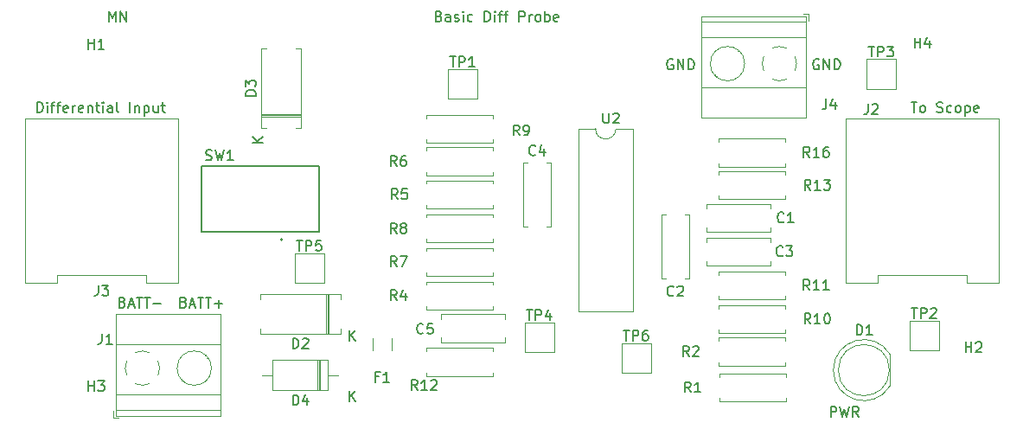
<source format=gbr>
%TF.GenerationSoftware,KiCad,Pcbnew,7.0.7*%
%TF.CreationDate,2023-09-22T00:24:37-06:00*%
%TF.ProjectId,Basic_Diff_Probe,42617369-635f-4446-9966-665f50726f62,1*%
%TF.SameCoordinates,Original*%
%TF.FileFunction,Legend,Top*%
%TF.FilePolarity,Positive*%
%FSLAX46Y46*%
G04 Gerber Fmt 4.6, Leading zero omitted, Abs format (unit mm)*
G04 Created by KiCad (PCBNEW 7.0.7) date 2023-09-22 00:24:37*
%MOMM*%
%LPD*%
G01*
G04 APERTURE LIST*
%ADD10C,0.150000*%
%ADD11C,0.120000*%
%ADD12C,0.127000*%
%ADD13C,0.200000*%
G04 APERTURE END LIST*
D10*
X103336779Y-88869819D02*
X103336779Y-87869819D01*
X103336779Y-87869819D02*
X103670112Y-88584104D01*
X103670112Y-88584104D02*
X104003445Y-87869819D01*
X104003445Y-87869819D02*
X104003445Y-88869819D01*
X104479636Y-88869819D02*
X104479636Y-87869819D01*
X104479636Y-87869819D02*
X105051064Y-88869819D01*
X105051064Y-88869819D02*
X105051064Y-87869819D01*
X135670112Y-88346009D02*
X135812969Y-88393628D01*
X135812969Y-88393628D02*
X135860588Y-88441247D01*
X135860588Y-88441247D02*
X135908207Y-88536485D01*
X135908207Y-88536485D02*
X135908207Y-88679342D01*
X135908207Y-88679342D02*
X135860588Y-88774580D01*
X135860588Y-88774580D02*
X135812969Y-88822200D01*
X135812969Y-88822200D02*
X135717731Y-88869819D01*
X135717731Y-88869819D02*
X135336779Y-88869819D01*
X135336779Y-88869819D02*
X135336779Y-87869819D01*
X135336779Y-87869819D02*
X135670112Y-87869819D01*
X135670112Y-87869819D02*
X135765350Y-87917438D01*
X135765350Y-87917438D02*
X135812969Y-87965057D01*
X135812969Y-87965057D02*
X135860588Y-88060295D01*
X135860588Y-88060295D02*
X135860588Y-88155533D01*
X135860588Y-88155533D02*
X135812969Y-88250771D01*
X135812969Y-88250771D02*
X135765350Y-88298390D01*
X135765350Y-88298390D02*
X135670112Y-88346009D01*
X135670112Y-88346009D02*
X135336779Y-88346009D01*
X136765350Y-88869819D02*
X136765350Y-88346009D01*
X136765350Y-88346009D02*
X136717731Y-88250771D01*
X136717731Y-88250771D02*
X136622493Y-88203152D01*
X136622493Y-88203152D02*
X136432017Y-88203152D01*
X136432017Y-88203152D02*
X136336779Y-88250771D01*
X136765350Y-88822200D02*
X136670112Y-88869819D01*
X136670112Y-88869819D02*
X136432017Y-88869819D01*
X136432017Y-88869819D02*
X136336779Y-88822200D01*
X136336779Y-88822200D02*
X136289160Y-88726961D01*
X136289160Y-88726961D02*
X136289160Y-88631723D01*
X136289160Y-88631723D02*
X136336779Y-88536485D01*
X136336779Y-88536485D02*
X136432017Y-88488866D01*
X136432017Y-88488866D02*
X136670112Y-88488866D01*
X136670112Y-88488866D02*
X136765350Y-88441247D01*
X137193922Y-88822200D02*
X137289160Y-88869819D01*
X137289160Y-88869819D02*
X137479636Y-88869819D01*
X137479636Y-88869819D02*
X137574874Y-88822200D01*
X137574874Y-88822200D02*
X137622493Y-88726961D01*
X137622493Y-88726961D02*
X137622493Y-88679342D01*
X137622493Y-88679342D02*
X137574874Y-88584104D01*
X137574874Y-88584104D02*
X137479636Y-88536485D01*
X137479636Y-88536485D02*
X137336779Y-88536485D01*
X137336779Y-88536485D02*
X137241541Y-88488866D01*
X137241541Y-88488866D02*
X137193922Y-88393628D01*
X137193922Y-88393628D02*
X137193922Y-88346009D01*
X137193922Y-88346009D02*
X137241541Y-88250771D01*
X137241541Y-88250771D02*
X137336779Y-88203152D01*
X137336779Y-88203152D02*
X137479636Y-88203152D01*
X137479636Y-88203152D02*
X137574874Y-88250771D01*
X138051065Y-88869819D02*
X138051065Y-88203152D01*
X138051065Y-87869819D02*
X138003446Y-87917438D01*
X138003446Y-87917438D02*
X138051065Y-87965057D01*
X138051065Y-87965057D02*
X138098684Y-87917438D01*
X138098684Y-87917438D02*
X138051065Y-87869819D01*
X138051065Y-87869819D02*
X138051065Y-87965057D01*
X138955826Y-88822200D02*
X138860588Y-88869819D01*
X138860588Y-88869819D02*
X138670112Y-88869819D01*
X138670112Y-88869819D02*
X138574874Y-88822200D01*
X138574874Y-88822200D02*
X138527255Y-88774580D01*
X138527255Y-88774580D02*
X138479636Y-88679342D01*
X138479636Y-88679342D02*
X138479636Y-88393628D01*
X138479636Y-88393628D02*
X138527255Y-88298390D01*
X138527255Y-88298390D02*
X138574874Y-88250771D01*
X138574874Y-88250771D02*
X138670112Y-88203152D01*
X138670112Y-88203152D02*
X138860588Y-88203152D01*
X138860588Y-88203152D02*
X138955826Y-88250771D01*
X140146303Y-88869819D02*
X140146303Y-87869819D01*
X140146303Y-87869819D02*
X140384398Y-87869819D01*
X140384398Y-87869819D02*
X140527255Y-87917438D01*
X140527255Y-87917438D02*
X140622493Y-88012676D01*
X140622493Y-88012676D02*
X140670112Y-88107914D01*
X140670112Y-88107914D02*
X140717731Y-88298390D01*
X140717731Y-88298390D02*
X140717731Y-88441247D01*
X140717731Y-88441247D02*
X140670112Y-88631723D01*
X140670112Y-88631723D02*
X140622493Y-88726961D01*
X140622493Y-88726961D02*
X140527255Y-88822200D01*
X140527255Y-88822200D02*
X140384398Y-88869819D01*
X140384398Y-88869819D02*
X140146303Y-88869819D01*
X141146303Y-88869819D02*
X141146303Y-88203152D01*
X141146303Y-87869819D02*
X141098684Y-87917438D01*
X141098684Y-87917438D02*
X141146303Y-87965057D01*
X141146303Y-87965057D02*
X141193922Y-87917438D01*
X141193922Y-87917438D02*
X141146303Y-87869819D01*
X141146303Y-87869819D02*
X141146303Y-87965057D01*
X141479636Y-88203152D02*
X141860588Y-88203152D01*
X141622493Y-88869819D02*
X141622493Y-88012676D01*
X141622493Y-88012676D02*
X141670112Y-87917438D01*
X141670112Y-87917438D02*
X141765350Y-87869819D01*
X141765350Y-87869819D02*
X141860588Y-87869819D01*
X142051065Y-88203152D02*
X142432017Y-88203152D01*
X142193922Y-88869819D02*
X142193922Y-88012676D01*
X142193922Y-88012676D02*
X142241541Y-87917438D01*
X142241541Y-87917438D02*
X142336779Y-87869819D01*
X142336779Y-87869819D02*
X142432017Y-87869819D01*
X143527256Y-88869819D02*
X143527256Y-87869819D01*
X143527256Y-87869819D02*
X143908208Y-87869819D01*
X143908208Y-87869819D02*
X144003446Y-87917438D01*
X144003446Y-87917438D02*
X144051065Y-87965057D01*
X144051065Y-87965057D02*
X144098684Y-88060295D01*
X144098684Y-88060295D02*
X144098684Y-88203152D01*
X144098684Y-88203152D02*
X144051065Y-88298390D01*
X144051065Y-88298390D02*
X144003446Y-88346009D01*
X144003446Y-88346009D02*
X143908208Y-88393628D01*
X143908208Y-88393628D02*
X143527256Y-88393628D01*
X144527256Y-88869819D02*
X144527256Y-88203152D01*
X144527256Y-88393628D02*
X144574875Y-88298390D01*
X144574875Y-88298390D02*
X144622494Y-88250771D01*
X144622494Y-88250771D02*
X144717732Y-88203152D01*
X144717732Y-88203152D02*
X144812970Y-88203152D01*
X145289161Y-88869819D02*
X145193923Y-88822200D01*
X145193923Y-88822200D02*
X145146304Y-88774580D01*
X145146304Y-88774580D02*
X145098685Y-88679342D01*
X145098685Y-88679342D02*
X145098685Y-88393628D01*
X145098685Y-88393628D02*
X145146304Y-88298390D01*
X145146304Y-88298390D02*
X145193923Y-88250771D01*
X145193923Y-88250771D02*
X145289161Y-88203152D01*
X145289161Y-88203152D02*
X145432018Y-88203152D01*
X145432018Y-88203152D02*
X145527256Y-88250771D01*
X145527256Y-88250771D02*
X145574875Y-88298390D01*
X145574875Y-88298390D02*
X145622494Y-88393628D01*
X145622494Y-88393628D02*
X145622494Y-88679342D01*
X145622494Y-88679342D02*
X145574875Y-88774580D01*
X145574875Y-88774580D02*
X145527256Y-88822200D01*
X145527256Y-88822200D02*
X145432018Y-88869819D01*
X145432018Y-88869819D02*
X145289161Y-88869819D01*
X146051066Y-88869819D02*
X146051066Y-87869819D01*
X146051066Y-88250771D02*
X146146304Y-88203152D01*
X146146304Y-88203152D02*
X146336780Y-88203152D01*
X146336780Y-88203152D02*
X146432018Y-88250771D01*
X146432018Y-88250771D02*
X146479637Y-88298390D01*
X146479637Y-88298390D02*
X146527256Y-88393628D01*
X146527256Y-88393628D02*
X146527256Y-88679342D01*
X146527256Y-88679342D02*
X146479637Y-88774580D01*
X146479637Y-88774580D02*
X146432018Y-88822200D01*
X146432018Y-88822200D02*
X146336780Y-88869819D01*
X146336780Y-88869819D02*
X146146304Y-88869819D01*
X146146304Y-88869819D02*
X146051066Y-88822200D01*
X147336780Y-88822200D02*
X147241542Y-88869819D01*
X147241542Y-88869819D02*
X147051066Y-88869819D01*
X147051066Y-88869819D02*
X146955828Y-88822200D01*
X146955828Y-88822200D02*
X146908209Y-88726961D01*
X146908209Y-88726961D02*
X146908209Y-88346009D01*
X146908209Y-88346009D02*
X146955828Y-88250771D01*
X146955828Y-88250771D02*
X147051066Y-88203152D01*
X147051066Y-88203152D02*
X147241542Y-88203152D01*
X147241542Y-88203152D02*
X147336780Y-88250771D01*
X147336780Y-88250771D02*
X147384399Y-88346009D01*
X147384399Y-88346009D02*
X147384399Y-88441247D01*
X147384399Y-88441247D02*
X146908209Y-88536485D01*
X174036779Y-127569819D02*
X174036779Y-126569819D01*
X174036779Y-126569819D02*
X174417731Y-126569819D01*
X174417731Y-126569819D02*
X174512969Y-126617438D01*
X174512969Y-126617438D02*
X174560588Y-126665057D01*
X174560588Y-126665057D02*
X174608207Y-126760295D01*
X174608207Y-126760295D02*
X174608207Y-126903152D01*
X174608207Y-126903152D02*
X174560588Y-126998390D01*
X174560588Y-126998390D02*
X174512969Y-127046009D01*
X174512969Y-127046009D02*
X174417731Y-127093628D01*
X174417731Y-127093628D02*
X174036779Y-127093628D01*
X174941541Y-126569819D02*
X175179636Y-127569819D01*
X175179636Y-127569819D02*
X175370112Y-126855533D01*
X175370112Y-126855533D02*
X175560588Y-127569819D01*
X175560588Y-127569819D02*
X175798684Y-126569819D01*
X176751064Y-127569819D02*
X176417731Y-127093628D01*
X176179636Y-127569819D02*
X176179636Y-126569819D01*
X176179636Y-126569819D02*
X176560588Y-126569819D01*
X176560588Y-126569819D02*
X176655826Y-126617438D01*
X176655826Y-126617438D02*
X176703445Y-126665057D01*
X176703445Y-126665057D02*
X176751064Y-126760295D01*
X176751064Y-126760295D02*
X176751064Y-126903152D01*
X176751064Y-126903152D02*
X176703445Y-126998390D01*
X176703445Y-126998390D02*
X176655826Y-127046009D01*
X176655826Y-127046009D02*
X176560588Y-127093628D01*
X176560588Y-127093628D02*
X176179636Y-127093628D01*
X96336779Y-97769819D02*
X96336779Y-96769819D01*
X96336779Y-96769819D02*
X96574874Y-96769819D01*
X96574874Y-96769819D02*
X96717731Y-96817438D01*
X96717731Y-96817438D02*
X96812969Y-96912676D01*
X96812969Y-96912676D02*
X96860588Y-97007914D01*
X96860588Y-97007914D02*
X96908207Y-97198390D01*
X96908207Y-97198390D02*
X96908207Y-97341247D01*
X96908207Y-97341247D02*
X96860588Y-97531723D01*
X96860588Y-97531723D02*
X96812969Y-97626961D01*
X96812969Y-97626961D02*
X96717731Y-97722200D01*
X96717731Y-97722200D02*
X96574874Y-97769819D01*
X96574874Y-97769819D02*
X96336779Y-97769819D01*
X97336779Y-97769819D02*
X97336779Y-97103152D01*
X97336779Y-96769819D02*
X97289160Y-96817438D01*
X97289160Y-96817438D02*
X97336779Y-96865057D01*
X97336779Y-96865057D02*
X97384398Y-96817438D01*
X97384398Y-96817438D02*
X97336779Y-96769819D01*
X97336779Y-96769819D02*
X97336779Y-96865057D01*
X97670112Y-97103152D02*
X98051064Y-97103152D01*
X97812969Y-97769819D02*
X97812969Y-96912676D01*
X97812969Y-96912676D02*
X97860588Y-96817438D01*
X97860588Y-96817438D02*
X97955826Y-96769819D01*
X97955826Y-96769819D02*
X98051064Y-96769819D01*
X98241541Y-97103152D02*
X98622493Y-97103152D01*
X98384398Y-97769819D02*
X98384398Y-96912676D01*
X98384398Y-96912676D02*
X98432017Y-96817438D01*
X98432017Y-96817438D02*
X98527255Y-96769819D01*
X98527255Y-96769819D02*
X98622493Y-96769819D01*
X99336779Y-97722200D02*
X99241541Y-97769819D01*
X99241541Y-97769819D02*
X99051065Y-97769819D01*
X99051065Y-97769819D02*
X98955827Y-97722200D01*
X98955827Y-97722200D02*
X98908208Y-97626961D01*
X98908208Y-97626961D02*
X98908208Y-97246009D01*
X98908208Y-97246009D02*
X98955827Y-97150771D01*
X98955827Y-97150771D02*
X99051065Y-97103152D01*
X99051065Y-97103152D02*
X99241541Y-97103152D01*
X99241541Y-97103152D02*
X99336779Y-97150771D01*
X99336779Y-97150771D02*
X99384398Y-97246009D01*
X99384398Y-97246009D02*
X99384398Y-97341247D01*
X99384398Y-97341247D02*
X98908208Y-97436485D01*
X99812970Y-97769819D02*
X99812970Y-97103152D01*
X99812970Y-97293628D02*
X99860589Y-97198390D01*
X99860589Y-97198390D02*
X99908208Y-97150771D01*
X99908208Y-97150771D02*
X100003446Y-97103152D01*
X100003446Y-97103152D02*
X100098684Y-97103152D01*
X100812970Y-97722200D02*
X100717732Y-97769819D01*
X100717732Y-97769819D02*
X100527256Y-97769819D01*
X100527256Y-97769819D02*
X100432018Y-97722200D01*
X100432018Y-97722200D02*
X100384399Y-97626961D01*
X100384399Y-97626961D02*
X100384399Y-97246009D01*
X100384399Y-97246009D02*
X100432018Y-97150771D01*
X100432018Y-97150771D02*
X100527256Y-97103152D01*
X100527256Y-97103152D02*
X100717732Y-97103152D01*
X100717732Y-97103152D02*
X100812970Y-97150771D01*
X100812970Y-97150771D02*
X100860589Y-97246009D01*
X100860589Y-97246009D02*
X100860589Y-97341247D01*
X100860589Y-97341247D02*
X100384399Y-97436485D01*
X101289161Y-97103152D02*
X101289161Y-97769819D01*
X101289161Y-97198390D02*
X101336780Y-97150771D01*
X101336780Y-97150771D02*
X101432018Y-97103152D01*
X101432018Y-97103152D02*
X101574875Y-97103152D01*
X101574875Y-97103152D02*
X101670113Y-97150771D01*
X101670113Y-97150771D02*
X101717732Y-97246009D01*
X101717732Y-97246009D02*
X101717732Y-97769819D01*
X102051066Y-97103152D02*
X102432018Y-97103152D01*
X102193923Y-96769819D02*
X102193923Y-97626961D01*
X102193923Y-97626961D02*
X102241542Y-97722200D01*
X102241542Y-97722200D02*
X102336780Y-97769819D01*
X102336780Y-97769819D02*
X102432018Y-97769819D01*
X102765352Y-97769819D02*
X102765352Y-97103152D01*
X102765352Y-96769819D02*
X102717733Y-96817438D01*
X102717733Y-96817438D02*
X102765352Y-96865057D01*
X102765352Y-96865057D02*
X102812971Y-96817438D01*
X102812971Y-96817438D02*
X102765352Y-96769819D01*
X102765352Y-96769819D02*
X102765352Y-96865057D01*
X103670113Y-97769819D02*
X103670113Y-97246009D01*
X103670113Y-97246009D02*
X103622494Y-97150771D01*
X103622494Y-97150771D02*
X103527256Y-97103152D01*
X103527256Y-97103152D02*
X103336780Y-97103152D01*
X103336780Y-97103152D02*
X103241542Y-97150771D01*
X103670113Y-97722200D02*
X103574875Y-97769819D01*
X103574875Y-97769819D02*
X103336780Y-97769819D01*
X103336780Y-97769819D02*
X103241542Y-97722200D01*
X103241542Y-97722200D02*
X103193923Y-97626961D01*
X103193923Y-97626961D02*
X103193923Y-97531723D01*
X103193923Y-97531723D02*
X103241542Y-97436485D01*
X103241542Y-97436485D02*
X103336780Y-97388866D01*
X103336780Y-97388866D02*
X103574875Y-97388866D01*
X103574875Y-97388866D02*
X103670113Y-97341247D01*
X104289161Y-97769819D02*
X104193923Y-97722200D01*
X104193923Y-97722200D02*
X104146304Y-97626961D01*
X104146304Y-97626961D02*
X104146304Y-96769819D01*
X105432019Y-97769819D02*
X105432019Y-96769819D01*
X105908209Y-97103152D02*
X105908209Y-97769819D01*
X105908209Y-97198390D02*
X105955828Y-97150771D01*
X105955828Y-97150771D02*
X106051066Y-97103152D01*
X106051066Y-97103152D02*
X106193923Y-97103152D01*
X106193923Y-97103152D02*
X106289161Y-97150771D01*
X106289161Y-97150771D02*
X106336780Y-97246009D01*
X106336780Y-97246009D02*
X106336780Y-97769819D01*
X106812971Y-97103152D02*
X106812971Y-98103152D01*
X106812971Y-97150771D02*
X106908209Y-97103152D01*
X106908209Y-97103152D02*
X107098685Y-97103152D01*
X107098685Y-97103152D02*
X107193923Y-97150771D01*
X107193923Y-97150771D02*
X107241542Y-97198390D01*
X107241542Y-97198390D02*
X107289161Y-97293628D01*
X107289161Y-97293628D02*
X107289161Y-97579342D01*
X107289161Y-97579342D02*
X107241542Y-97674580D01*
X107241542Y-97674580D02*
X107193923Y-97722200D01*
X107193923Y-97722200D02*
X107098685Y-97769819D01*
X107098685Y-97769819D02*
X106908209Y-97769819D01*
X106908209Y-97769819D02*
X106812971Y-97722200D01*
X108146304Y-97103152D02*
X108146304Y-97769819D01*
X107717733Y-97103152D02*
X107717733Y-97626961D01*
X107717733Y-97626961D02*
X107765352Y-97722200D01*
X107765352Y-97722200D02*
X107860590Y-97769819D01*
X107860590Y-97769819D02*
X108003447Y-97769819D01*
X108003447Y-97769819D02*
X108098685Y-97722200D01*
X108098685Y-97722200D02*
X108146304Y-97674580D01*
X108479638Y-97103152D02*
X108860590Y-97103152D01*
X108622495Y-96769819D02*
X108622495Y-97626961D01*
X108622495Y-97626961D02*
X108670114Y-97722200D01*
X108670114Y-97722200D02*
X108765352Y-97769819D01*
X108765352Y-97769819D02*
X108860590Y-97769819D01*
X110670112Y-116346009D02*
X110812969Y-116393628D01*
X110812969Y-116393628D02*
X110860588Y-116441247D01*
X110860588Y-116441247D02*
X110908207Y-116536485D01*
X110908207Y-116536485D02*
X110908207Y-116679342D01*
X110908207Y-116679342D02*
X110860588Y-116774580D01*
X110860588Y-116774580D02*
X110812969Y-116822200D01*
X110812969Y-116822200D02*
X110717731Y-116869819D01*
X110717731Y-116869819D02*
X110336779Y-116869819D01*
X110336779Y-116869819D02*
X110336779Y-115869819D01*
X110336779Y-115869819D02*
X110670112Y-115869819D01*
X110670112Y-115869819D02*
X110765350Y-115917438D01*
X110765350Y-115917438D02*
X110812969Y-115965057D01*
X110812969Y-115965057D02*
X110860588Y-116060295D01*
X110860588Y-116060295D02*
X110860588Y-116155533D01*
X110860588Y-116155533D02*
X110812969Y-116250771D01*
X110812969Y-116250771D02*
X110765350Y-116298390D01*
X110765350Y-116298390D02*
X110670112Y-116346009D01*
X110670112Y-116346009D02*
X110336779Y-116346009D01*
X111289160Y-116584104D02*
X111765350Y-116584104D01*
X111193922Y-116869819D02*
X111527255Y-115869819D01*
X111527255Y-115869819D02*
X111860588Y-116869819D01*
X112051065Y-115869819D02*
X112622493Y-115869819D01*
X112336779Y-116869819D02*
X112336779Y-115869819D01*
X112812970Y-115869819D02*
X113384398Y-115869819D01*
X113098684Y-116869819D02*
X113098684Y-115869819D01*
X113717732Y-116488866D02*
X114479637Y-116488866D01*
X114098684Y-116869819D02*
X114098684Y-116107914D01*
X181893922Y-96769819D02*
X182465350Y-96769819D01*
X182179636Y-97769819D02*
X182179636Y-96769819D01*
X182941541Y-97769819D02*
X182846303Y-97722200D01*
X182846303Y-97722200D02*
X182798684Y-97674580D01*
X182798684Y-97674580D02*
X182751065Y-97579342D01*
X182751065Y-97579342D02*
X182751065Y-97293628D01*
X182751065Y-97293628D02*
X182798684Y-97198390D01*
X182798684Y-97198390D02*
X182846303Y-97150771D01*
X182846303Y-97150771D02*
X182941541Y-97103152D01*
X182941541Y-97103152D02*
X183084398Y-97103152D01*
X183084398Y-97103152D02*
X183179636Y-97150771D01*
X183179636Y-97150771D02*
X183227255Y-97198390D01*
X183227255Y-97198390D02*
X183274874Y-97293628D01*
X183274874Y-97293628D02*
X183274874Y-97579342D01*
X183274874Y-97579342D02*
X183227255Y-97674580D01*
X183227255Y-97674580D02*
X183179636Y-97722200D01*
X183179636Y-97722200D02*
X183084398Y-97769819D01*
X183084398Y-97769819D02*
X182941541Y-97769819D01*
X184417732Y-97722200D02*
X184560589Y-97769819D01*
X184560589Y-97769819D02*
X184798684Y-97769819D01*
X184798684Y-97769819D02*
X184893922Y-97722200D01*
X184893922Y-97722200D02*
X184941541Y-97674580D01*
X184941541Y-97674580D02*
X184989160Y-97579342D01*
X184989160Y-97579342D02*
X184989160Y-97484104D01*
X184989160Y-97484104D02*
X184941541Y-97388866D01*
X184941541Y-97388866D02*
X184893922Y-97341247D01*
X184893922Y-97341247D02*
X184798684Y-97293628D01*
X184798684Y-97293628D02*
X184608208Y-97246009D01*
X184608208Y-97246009D02*
X184512970Y-97198390D01*
X184512970Y-97198390D02*
X184465351Y-97150771D01*
X184465351Y-97150771D02*
X184417732Y-97055533D01*
X184417732Y-97055533D02*
X184417732Y-96960295D01*
X184417732Y-96960295D02*
X184465351Y-96865057D01*
X184465351Y-96865057D02*
X184512970Y-96817438D01*
X184512970Y-96817438D02*
X184608208Y-96769819D01*
X184608208Y-96769819D02*
X184846303Y-96769819D01*
X184846303Y-96769819D02*
X184989160Y-96817438D01*
X185846303Y-97722200D02*
X185751065Y-97769819D01*
X185751065Y-97769819D02*
X185560589Y-97769819D01*
X185560589Y-97769819D02*
X185465351Y-97722200D01*
X185465351Y-97722200D02*
X185417732Y-97674580D01*
X185417732Y-97674580D02*
X185370113Y-97579342D01*
X185370113Y-97579342D02*
X185370113Y-97293628D01*
X185370113Y-97293628D02*
X185417732Y-97198390D01*
X185417732Y-97198390D02*
X185465351Y-97150771D01*
X185465351Y-97150771D02*
X185560589Y-97103152D01*
X185560589Y-97103152D02*
X185751065Y-97103152D01*
X185751065Y-97103152D02*
X185846303Y-97150771D01*
X186417732Y-97769819D02*
X186322494Y-97722200D01*
X186322494Y-97722200D02*
X186274875Y-97674580D01*
X186274875Y-97674580D02*
X186227256Y-97579342D01*
X186227256Y-97579342D02*
X186227256Y-97293628D01*
X186227256Y-97293628D02*
X186274875Y-97198390D01*
X186274875Y-97198390D02*
X186322494Y-97150771D01*
X186322494Y-97150771D02*
X186417732Y-97103152D01*
X186417732Y-97103152D02*
X186560589Y-97103152D01*
X186560589Y-97103152D02*
X186655827Y-97150771D01*
X186655827Y-97150771D02*
X186703446Y-97198390D01*
X186703446Y-97198390D02*
X186751065Y-97293628D01*
X186751065Y-97293628D02*
X186751065Y-97579342D01*
X186751065Y-97579342D02*
X186703446Y-97674580D01*
X186703446Y-97674580D02*
X186655827Y-97722200D01*
X186655827Y-97722200D02*
X186560589Y-97769819D01*
X186560589Y-97769819D02*
X186417732Y-97769819D01*
X187179637Y-97103152D02*
X187179637Y-98103152D01*
X187179637Y-97150771D02*
X187274875Y-97103152D01*
X187274875Y-97103152D02*
X187465351Y-97103152D01*
X187465351Y-97103152D02*
X187560589Y-97150771D01*
X187560589Y-97150771D02*
X187608208Y-97198390D01*
X187608208Y-97198390D02*
X187655827Y-97293628D01*
X187655827Y-97293628D02*
X187655827Y-97579342D01*
X187655827Y-97579342D02*
X187608208Y-97674580D01*
X187608208Y-97674580D02*
X187560589Y-97722200D01*
X187560589Y-97722200D02*
X187465351Y-97769819D01*
X187465351Y-97769819D02*
X187274875Y-97769819D01*
X187274875Y-97769819D02*
X187179637Y-97722200D01*
X188465351Y-97722200D02*
X188370113Y-97769819D01*
X188370113Y-97769819D02*
X188179637Y-97769819D01*
X188179637Y-97769819D02*
X188084399Y-97722200D01*
X188084399Y-97722200D02*
X188036780Y-97626961D01*
X188036780Y-97626961D02*
X188036780Y-97246009D01*
X188036780Y-97246009D02*
X188084399Y-97150771D01*
X188084399Y-97150771D02*
X188179637Y-97103152D01*
X188179637Y-97103152D02*
X188370113Y-97103152D01*
X188370113Y-97103152D02*
X188465351Y-97150771D01*
X188465351Y-97150771D02*
X188512970Y-97246009D01*
X188512970Y-97246009D02*
X188512970Y-97341247D01*
X188512970Y-97341247D02*
X188036780Y-97436485D01*
X104670112Y-116346009D02*
X104812969Y-116393628D01*
X104812969Y-116393628D02*
X104860588Y-116441247D01*
X104860588Y-116441247D02*
X104908207Y-116536485D01*
X104908207Y-116536485D02*
X104908207Y-116679342D01*
X104908207Y-116679342D02*
X104860588Y-116774580D01*
X104860588Y-116774580D02*
X104812969Y-116822200D01*
X104812969Y-116822200D02*
X104717731Y-116869819D01*
X104717731Y-116869819D02*
X104336779Y-116869819D01*
X104336779Y-116869819D02*
X104336779Y-115869819D01*
X104336779Y-115869819D02*
X104670112Y-115869819D01*
X104670112Y-115869819D02*
X104765350Y-115917438D01*
X104765350Y-115917438D02*
X104812969Y-115965057D01*
X104812969Y-115965057D02*
X104860588Y-116060295D01*
X104860588Y-116060295D02*
X104860588Y-116155533D01*
X104860588Y-116155533D02*
X104812969Y-116250771D01*
X104812969Y-116250771D02*
X104765350Y-116298390D01*
X104765350Y-116298390D02*
X104670112Y-116346009D01*
X104670112Y-116346009D02*
X104336779Y-116346009D01*
X105289160Y-116584104D02*
X105765350Y-116584104D01*
X105193922Y-116869819D02*
X105527255Y-115869819D01*
X105527255Y-115869819D02*
X105860588Y-116869819D01*
X106051065Y-115869819D02*
X106622493Y-115869819D01*
X106336779Y-116869819D02*
X106336779Y-115869819D01*
X106812970Y-115869819D02*
X107384398Y-115869819D01*
X107098684Y-116869819D02*
X107098684Y-115869819D01*
X107717732Y-116488866D02*
X108479637Y-116488866D01*
X158560588Y-92617438D02*
X158465350Y-92569819D01*
X158465350Y-92569819D02*
X158322493Y-92569819D01*
X158322493Y-92569819D02*
X158179636Y-92617438D01*
X158179636Y-92617438D02*
X158084398Y-92712676D01*
X158084398Y-92712676D02*
X158036779Y-92807914D01*
X158036779Y-92807914D02*
X157989160Y-92998390D01*
X157989160Y-92998390D02*
X157989160Y-93141247D01*
X157989160Y-93141247D02*
X158036779Y-93331723D01*
X158036779Y-93331723D02*
X158084398Y-93426961D01*
X158084398Y-93426961D02*
X158179636Y-93522200D01*
X158179636Y-93522200D02*
X158322493Y-93569819D01*
X158322493Y-93569819D02*
X158417731Y-93569819D01*
X158417731Y-93569819D02*
X158560588Y-93522200D01*
X158560588Y-93522200D02*
X158608207Y-93474580D01*
X158608207Y-93474580D02*
X158608207Y-93141247D01*
X158608207Y-93141247D02*
X158417731Y-93141247D01*
X159036779Y-93569819D02*
X159036779Y-92569819D01*
X159036779Y-92569819D02*
X159608207Y-93569819D01*
X159608207Y-93569819D02*
X159608207Y-92569819D01*
X160084398Y-93569819D02*
X160084398Y-92569819D01*
X160084398Y-92569819D02*
X160322493Y-92569819D01*
X160322493Y-92569819D02*
X160465350Y-92617438D01*
X160465350Y-92617438D02*
X160560588Y-92712676D01*
X160560588Y-92712676D02*
X160608207Y-92807914D01*
X160608207Y-92807914D02*
X160655826Y-92998390D01*
X160655826Y-92998390D02*
X160655826Y-93141247D01*
X160655826Y-93141247D02*
X160608207Y-93331723D01*
X160608207Y-93331723D02*
X160560588Y-93426961D01*
X160560588Y-93426961D02*
X160465350Y-93522200D01*
X160465350Y-93522200D02*
X160322493Y-93569819D01*
X160322493Y-93569819D02*
X160084398Y-93569819D01*
X172860588Y-92617438D02*
X172765350Y-92569819D01*
X172765350Y-92569819D02*
X172622493Y-92569819D01*
X172622493Y-92569819D02*
X172479636Y-92617438D01*
X172479636Y-92617438D02*
X172384398Y-92712676D01*
X172384398Y-92712676D02*
X172336779Y-92807914D01*
X172336779Y-92807914D02*
X172289160Y-92998390D01*
X172289160Y-92998390D02*
X172289160Y-93141247D01*
X172289160Y-93141247D02*
X172336779Y-93331723D01*
X172336779Y-93331723D02*
X172384398Y-93426961D01*
X172384398Y-93426961D02*
X172479636Y-93522200D01*
X172479636Y-93522200D02*
X172622493Y-93569819D01*
X172622493Y-93569819D02*
X172717731Y-93569819D01*
X172717731Y-93569819D02*
X172860588Y-93522200D01*
X172860588Y-93522200D02*
X172908207Y-93474580D01*
X172908207Y-93474580D02*
X172908207Y-93141247D01*
X172908207Y-93141247D02*
X172717731Y-93141247D01*
X173336779Y-93569819D02*
X173336779Y-92569819D01*
X173336779Y-92569819D02*
X173908207Y-93569819D01*
X173908207Y-93569819D02*
X173908207Y-92569819D01*
X174384398Y-93569819D02*
X174384398Y-92569819D01*
X174384398Y-92569819D02*
X174622493Y-92569819D01*
X174622493Y-92569819D02*
X174765350Y-92617438D01*
X174765350Y-92617438D02*
X174860588Y-92712676D01*
X174860588Y-92712676D02*
X174908207Y-92807914D01*
X174908207Y-92807914D02*
X174955826Y-92998390D01*
X174955826Y-92998390D02*
X174955826Y-93141247D01*
X174955826Y-93141247D02*
X174908207Y-93331723D01*
X174908207Y-93331723D02*
X174860588Y-93426961D01*
X174860588Y-93426961D02*
X174765350Y-93522200D01*
X174765350Y-93522200D02*
X174622493Y-93569819D01*
X174622493Y-93569819D02*
X174384398Y-93569819D01*
X144238095Y-117106819D02*
X144809523Y-117106819D01*
X144523809Y-118106819D02*
X144523809Y-117106819D01*
X145142857Y-118106819D02*
X145142857Y-117106819D01*
X145142857Y-117106819D02*
X145523809Y-117106819D01*
X145523809Y-117106819D02*
X145619047Y-117154438D01*
X145619047Y-117154438D02*
X145666666Y-117202057D01*
X145666666Y-117202057D02*
X145714285Y-117297295D01*
X145714285Y-117297295D02*
X145714285Y-117440152D01*
X145714285Y-117440152D02*
X145666666Y-117535390D01*
X145666666Y-117535390D02*
X145619047Y-117583009D01*
X145619047Y-117583009D02*
X145523809Y-117630628D01*
X145523809Y-117630628D02*
X145142857Y-117630628D01*
X146571428Y-117440152D02*
X146571428Y-118106819D01*
X146333333Y-117059200D02*
X146095238Y-117773485D01*
X146095238Y-117773485D02*
X146714285Y-117773485D01*
X181938095Y-116906819D02*
X182509523Y-116906819D01*
X182223809Y-117906819D02*
X182223809Y-116906819D01*
X182842857Y-117906819D02*
X182842857Y-116906819D01*
X182842857Y-116906819D02*
X183223809Y-116906819D01*
X183223809Y-116906819D02*
X183319047Y-116954438D01*
X183319047Y-116954438D02*
X183366666Y-117002057D01*
X183366666Y-117002057D02*
X183414285Y-117097295D01*
X183414285Y-117097295D02*
X183414285Y-117240152D01*
X183414285Y-117240152D02*
X183366666Y-117335390D01*
X183366666Y-117335390D02*
X183319047Y-117383009D01*
X183319047Y-117383009D02*
X183223809Y-117430628D01*
X183223809Y-117430628D02*
X182842857Y-117430628D01*
X183795238Y-117002057D02*
X183842857Y-116954438D01*
X183842857Y-116954438D02*
X183938095Y-116906819D01*
X183938095Y-116906819D02*
X184176190Y-116906819D01*
X184176190Y-116906819D02*
X184271428Y-116954438D01*
X184271428Y-116954438D02*
X184319047Y-117002057D01*
X184319047Y-117002057D02*
X184366666Y-117097295D01*
X184366666Y-117097295D02*
X184366666Y-117192533D01*
X184366666Y-117192533D02*
X184319047Y-117335390D01*
X184319047Y-117335390D02*
X183747619Y-117906819D01*
X183747619Y-117906819D02*
X184366666Y-117906819D01*
X133557142Y-124954819D02*
X133223809Y-124478628D01*
X132985714Y-124954819D02*
X132985714Y-123954819D01*
X132985714Y-123954819D02*
X133366666Y-123954819D01*
X133366666Y-123954819D02*
X133461904Y-124002438D01*
X133461904Y-124002438D02*
X133509523Y-124050057D01*
X133509523Y-124050057D02*
X133557142Y-124145295D01*
X133557142Y-124145295D02*
X133557142Y-124288152D01*
X133557142Y-124288152D02*
X133509523Y-124383390D01*
X133509523Y-124383390D02*
X133461904Y-124431009D01*
X133461904Y-124431009D02*
X133366666Y-124478628D01*
X133366666Y-124478628D02*
X132985714Y-124478628D01*
X134509523Y-124954819D02*
X133938095Y-124954819D01*
X134223809Y-124954819D02*
X134223809Y-123954819D01*
X134223809Y-123954819D02*
X134128571Y-124097676D01*
X134128571Y-124097676D02*
X134033333Y-124192914D01*
X134033333Y-124192914D02*
X133938095Y-124240533D01*
X134890476Y-124050057D02*
X134938095Y-124002438D01*
X134938095Y-124002438D02*
X135033333Y-123954819D01*
X135033333Y-123954819D02*
X135271428Y-123954819D01*
X135271428Y-123954819D02*
X135366666Y-124002438D01*
X135366666Y-124002438D02*
X135414285Y-124050057D01*
X135414285Y-124050057D02*
X135461904Y-124145295D01*
X135461904Y-124145295D02*
X135461904Y-124240533D01*
X135461904Y-124240533D02*
X135414285Y-124383390D01*
X135414285Y-124383390D02*
X134842857Y-124954819D01*
X134842857Y-124954819D02*
X135461904Y-124954819D01*
X172047142Y-118454819D02*
X171713809Y-117978628D01*
X171475714Y-118454819D02*
X171475714Y-117454819D01*
X171475714Y-117454819D02*
X171856666Y-117454819D01*
X171856666Y-117454819D02*
X171951904Y-117502438D01*
X171951904Y-117502438D02*
X171999523Y-117550057D01*
X171999523Y-117550057D02*
X172047142Y-117645295D01*
X172047142Y-117645295D02*
X172047142Y-117788152D01*
X172047142Y-117788152D02*
X171999523Y-117883390D01*
X171999523Y-117883390D02*
X171951904Y-117931009D01*
X171951904Y-117931009D02*
X171856666Y-117978628D01*
X171856666Y-117978628D02*
X171475714Y-117978628D01*
X172999523Y-118454819D02*
X172428095Y-118454819D01*
X172713809Y-118454819D02*
X172713809Y-117454819D01*
X172713809Y-117454819D02*
X172618571Y-117597676D01*
X172618571Y-117597676D02*
X172523333Y-117692914D01*
X172523333Y-117692914D02*
X172428095Y-117740533D01*
X173618571Y-117454819D02*
X173713809Y-117454819D01*
X173713809Y-117454819D02*
X173809047Y-117502438D01*
X173809047Y-117502438D02*
X173856666Y-117550057D01*
X173856666Y-117550057D02*
X173904285Y-117645295D01*
X173904285Y-117645295D02*
X173951904Y-117835771D01*
X173951904Y-117835771D02*
X173951904Y-118073866D01*
X173951904Y-118073866D02*
X173904285Y-118264342D01*
X173904285Y-118264342D02*
X173856666Y-118359580D01*
X173856666Y-118359580D02*
X173809047Y-118407200D01*
X173809047Y-118407200D02*
X173713809Y-118454819D01*
X173713809Y-118454819D02*
X173618571Y-118454819D01*
X173618571Y-118454819D02*
X173523333Y-118407200D01*
X173523333Y-118407200D02*
X173475714Y-118359580D01*
X173475714Y-118359580D02*
X173428095Y-118264342D01*
X173428095Y-118264342D02*
X173380476Y-118073866D01*
X173380476Y-118073866D02*
X173380476Y-117835771D01*
X173380476Y-117835771D02*
X173428095Y-117645295D01*
X173428095Y-117645295D02*
X173475714Y-117550057D01*
X173475714Y-117550057D02*
X173523333Y-117502438D01*
X173523333Y-117502438D02*
X173618571Y-117454819D01*
X121361905Y-126424819D02*
X121361905Y-125424819D01*
X121361905Y-125424819D02*
X121600000Y-125424819D01*
X121600000Y-125424819D02*
X121742857Y-125472438D01*
X121742857Y-125472438D02*
X121838095Y-125567676D01*
X121838095Y-125567676D02*
X121885714Y-125662914D01*
X121885714Y-125662914D02*
X121933333Y-125853390D01*
X121933333Y-125853390D02*
X121933333Y-125996247D01*
X121933333Y-125996247D02*
X121885714Y-126186723D01*
X121885714Y-126186723D02*
X121838095Y-126281961D01*
X121838095Y-126281961D02*
X121742857Y-126377200D01*
X121742857Y-126377200D02*
X121600000Y-126424819D01*
X121600000Y-126424819D02*
X121361905Y-126424819D01*
X122790476Y-125758152D02*
X122790476Y-126424819D01*
X122552381Y-125377200D02*
X122314286Y-126091485D01*
X122314286Y-126091485D02*
X122933333Y-126091485D01*
X126918095Y-126054819D02*
X126918095Y-125054819D01*
X127489523Y-126054819D02*
X127060952Y-125483390D01*
X127489523Y-125054819D02*
X126918095Y-125626247D01*
X176561905Y-119554819D02*
X176561905Y-118554819D01*
X176561905Y-118554819D02*
X176800000Y-118554819D01*
X176800000Y-118554819D02*
X176942857Y-118602438D01*
X176942857Y-118602438D02*
X177038095Y-118697676D01*
X177038095Y-118697676D02*
X177085714Y-118792914D01*
X177085714Y-118792914D02*
X177133333Y-118983390D01*
X177133333Y-118983390D02*
X177133333Y-119126247D01*
X177133333Y-119126247D02*
X177085714Y-119316723D01*
X177085714Y-119316723D02*
X177038095Y-119411961D01*
X177038095Y-119411961D02*
X176942857Y-119507200D01*
X176942857Y-119507200D02*
X176800000Y-119554819D01*
X176800000Y-119554819D02*
X176561905Y-119554819D01*
X178085714Y-119554819D02*
X177514286Y-119554819D01*
X177800000Y-119554819D02*
X177800000Y-118554819D01*
X177800000Y-118554819D02*
X177704762Y-118697676D01*
X177704762Y-118697676D02*
X177609524Y-118792914D01*
X177609524Y-118792914D02*
X177514286Y-118840533D01*
X160143333Y-121654819D02*
X159810000Y-121178628D01*
X159571905Y-121654819D02*
X159571905Y-120654819D01*
X159571905Y-120654819D02*
X159952857Y-120654819D01*
X159952857Y-120654819D02*
X160048095Y-120702438D01*
X160048095Y-120702438D02*
X160095714Y-120750057D01*
X160095714Y-120750057D02*
X160143333Y-120845295D01*
X160143333Y-120845295D02*
X160143333Y-120988152D01*
X160143333Y-120988152D02*
X160095714Y-121083390D01*
X160095714Y-121083390D02*
X160048095Y-121131009D01*
X160048095Y-121131009D02*
X159952857Y-121178628D01*
X159952857Y-121178628D02*
X159571905Y-121178628D01*
X160524286Y-120750057D02*
X160571905Y-120702438D01*
X160571905Y-120702438D02*
X160667143Y-120654819D01*
X160667143Y-120654819D02*
X160905238Y-120654819D01*
X160905238Y-120654819D02*
X161000476Y-120702438D01*
X161000476Y-120702438D02*
X161048095Y-120750057D01*
X161048095Y-120750057D02*
X161095714Y-120845295D01*
X161095714Y-120845295D02*
X161095714Y-120940533D01*
X161095714Y-120940533D02*
X161048095Y-121083390D01*
X161048095Y-121083390D02*
X160476667Y-121654819D01*
X160476667Y-121654819D02*
X161095714Y-121654819D01*
X134133333Y-119359580D02*
X134085714Y-119407200D01*
X134085714Y-119407200D02*
X133942857Y-119454819D01*
X133942857Y-119454819D02*
X133847619Y-119454819D01*
X133847619Y-119454819D02*
X133704762Y-119407200D01*
X133704762Y-119407200D02*
X133609524Y-119311961D01*
X133609524Y-119311961D02*
X133561905Y-119216723D01*
X133561905Y-119216723D02*
X133514286Y-119026247D01*
X133514286Y-119026247D02*
X133514286Y-118883390D01*
X133514286Y-118883390D02*
X133561905Y-118692914D01*
X133561905Y-118692914D02*
X133609524Y-118597676D01*
X133609524Y-118597676D02*
X133704762Y-118502438D01*
X133704762Y-118502438D02*
X133847619Y-118454819D01*
X133847619Y-118454819D02*
X133942857Y-118454819D01*
X133942857Y-118454819D02*
X134085714Y-118502438D01*
X134085714Y-118502438D02*
X134133333Y-118550057D01*
X135038095Y-118454819D02*
X134561905Y-118454819D01*
X134561905Y-118454819D02*
X134514286Y-118931009D01*
X134514286Y-118931009D02*
X134561905Y-118883390D01*
X134561905Y-118883390D02*
X134657143Y-118835771D01*
X134657143Y-118835771D02*
X134895238Y-118835771D01*
X134895238Y-118835771D02*
X134990476Y-118883390D01*
X134990476Y-118883390D02*
X135038095Y-118931009D01*
X135038095Y-118931009D02*
X135085714Y-119026247D01*
X135085714Y-119026247D02*
X135085714Y-119264342D01*
X135085714Y-119264342D02*
X135038095Y-119359580D01*
X135038095Y-119359580D02*
X134990476Y-119407200D01*
X134990476Y-119407200D02*
X134895238Y-119454819D01*
X134895238Y-119454819D02*
X134657143Y-119454819D01*
X134657143Y-119454819D02*
X134561905Y-119407200D01*
X134561905Y-119407200D02*
X134514286Y-119359580D01*
X172057142Y-105354819D02*
X171723809Y-104878628D01*
X171485714Y-105354819D02*
X171485714Y-104354819D01*
X171485714Y-104354819D02*
X171866666Y-104354819D01*
X171866666Y-104354819D02*
X171961904Y-104402438D01*
X171961904Y-104402438D02*
X172009523Y-104450057D01*
X172009523Y-104450057D02*
X172057142Y-104545295D01*
X172057142Y-104545295D02*
X172057142Y-104688152D01*
X172057142Y-104688152D02*
X172009523Y-104783390D01*
X172009523Y-104783390D02*
X171961904Y-104831009D01*
X171961904Y-104831009D02*
X171866666Y-104878628D01*
X171866666Y-104878628D02*
X171485714Y-104878628D01*
X173009523Y-105354819D02*
X172438095Y-105354819D01*
X172723809Y-105354819D02*
X172723809Y-104354819D01*
X172723809Y-104354819D02*
X172628571Y-104497676D01*
X172628571Y-104497676D02*
X172533333Y-104592914D01*
X172533333Y-104592914D02*
X172438095Y-104640533D01*
X173342857Y-104354819D02*
X173961904Y-104354819D01*
X173961904Y-104354819D02*
X173628571Y-104735771D01*
X173628571Y-104735771D02*
X173771428Y-104735771D01*
X173771428Y-104735771D02*
X173866666Y-104783390D01*
X173866666Y-104783390D02*
X173914285Y-104831009D01*
X173914285Y-104831009D02*
X173961904Y-104926247D01*
X173961904Y-104926247D02*
X173961904Y-105164342D01*
X173961904Y-105164342D02*
X173914285Y-105259580D01*
X173914285Y-105259580D02*
X173866666Y-105307200D01*
X173866666Y-105307200D02*
X173771428Y-105354819D01*
X173771428Y-105354819D02*
X173485714Y-105354819D01*
X173485714Y-105354819D02*
X173390476Y-105307200D01*
X173390476Y-105307200D02*
X173342857Y-105259580D01*
X131523333Y-103029819D02*
X131190000Y-102553628D01*
X130951905Y-103029819D02*
X130951905Y-102029819D01*
X130951905Y-102029819D02*
X131332857Y-102029819D01*
X131332857Y-102029819D02*
X131428095Y-102077438D01*
X131428095Y-102077438D02*
X131475714Y-102125057D01*
X131475714Y-102125057D02*
X131523333Y-102220295D01*
X131523333Y-102220295D02*
X131523333Y-102363152D01*
X131523333Y-102363152D02*
X131475714Y-102458390D01*
X131475714Y-102458390D02*
X131428095Y-102506009D01*
X131428095Y-102506009D02*
X131332857Y-102553628D01*
X131332857Y-102553628D02*
X130951905Y-102553628D01*
X132380476Y-102029819D02*
X132190000Y-102029819D01*
X132190000Y-102029819D02*
X132094762Y-102077438D01*
X132094762Y-102077438D02*
X132047143Y-102125057D01*
X132047143Y-102125057D02*
X131951905Y-102267914D01*
X131951905Y-102267914D02*
X131904286Y-102458390D01*
X131904286Y-102458390D02*
X131904286Y-102839342D01*
X131904286Y-102839342D02*
X131951905Y-102934580D01*
X131951905Y-102934580D02*
X131999524Y-102982200D01*
X131999524Y-102982200D02*
X132094762Y-103029819D01*
X132094762Y-103029819D02*
X132285238Y-103029819D01*
X132285238Y-103029819D02*
X132380476Y-102982200D01*
X132380476Y-102982200D02*
X132428095Y-102934580D01*
X132428095Y-102934580D02*
X132475714Y-102839342D01*
X132475714Y-102839342D02*
X132475714Y-102601247D01*
X132475714Y-102601247D02*
X132428095Y-102506009D01*
X132428095Y-102506009D02*
X132380476Y-102458390D01*
X132380476Y-102458390D02*
X132285238Y-102410771D01*
X132285238Y-102410771D02*
X132094762Y-102410771D01*
X132094762Y-102410771D02*
X131999524Y-102458390D01*
X131999524Y-102458390D02*
X131951905Y-102506009D01*
X131951905Y-102506009D02*
X131904286Y-102601247D01*
X101318095Y-91560707D02*
X101318095Y-90560707D01*
X101318095Y-91036897D02*
X101889523Y-91036897D01*
X101889523Y-91560707D02*
X101889523Y-90560707D01*
X102889523Y-91560707D02*
X102318095Y-91560707D01*
X102603809Y-91560707D02*
X102603809Y-90560707D01*
X102603809Y-90560707D02*
X102508571Y-90703564D01*
X102508571Y-90703564D02*
X102413333Y-90798802D01*
X102413333Y-90798802D02*
X102318095Y-90846421D01*
X171957142Y-115154819D02*
X171623809Y-114678628D01*
X171385714Y-115154819D02*
X171385714Y-114154819D01*
X171385714Y-114154819D02*
X171766666Y-114154819D01*
X171766666Y-114154819D02*
X171861904Y-114202438D01*
X171861904Y-114202438D02*
X171909523Y-114250057D01*
X171909523Y-114250057D02*
X171957142Y-114345295D01*
X171957142Y-114345295D02*
X171957142Y-114488152D01*
X171957142Y-114488152D02*
X171909523Y-114583390D01*
X171909523Y-114583390D02*
X171861904Y-114631009D01*
X171861904Y-114631009D02*
X171766666Y-114678628D01*
X171766666Y-114678628D02*
X171385714Y-114678628D01*
X172909523Y-115154819D02*
X172338095Y-115154819D01*
X172623809Y-115154819D02*
X172623809Y-114154819D01*
X172623809Y-114154819D02*
X172528571Y-114297676D01*
X172528571Y-114297676D02*
X172433333Y-114392914D01*
X172433333Y-114392914D02*
X172338095Y-114440533D01*
X173861904Y-115154819D02*
X173290476Y-115154819D01*
X173576190Y-115154819D02*
X173576190Y-114154819D01*
X173576190Y-114154819D02*
X173480952Y-114297676D01*
X173480952Y-114297676D02*
X173385714Y-114392914D01*
X173385714Y-114392914D02*
X173290476Y-114440533D01*
X117734819Y-96138094D02*
X116734819Y-96138094D01*
X116734819Y-96138094D02*
X116734819Y-95899999D01*
X116734819Y-95899999D02*
X116782438Y-95757142D01*
X116782438Y-95757142D02*
X116877676Y-95661904D01*
X116877676Y-95661904D02*
X116972914Y-95614285D01*
X116972914Y-95614285D02*
X117163390Y-95566666D01*
X117163390Y-95566666D02*
X117306247Y-95566666D01*
X117306247Y-95566666D02*
X117496723Y-95614285D01*
X117496723Y-95614285D02*
X117591961Y-95661904D01*
X117591961Y-95661904D02*
X117687200Y-95757142D01*
X117687200Y-95757142D02*
X117734819Y-95899999D01*
X117734819Y-95899999D02*
X117734819Y-96138094D01*
X116734819Y-95233332D02*
X116734819Y-94614285D01*
X116734819Y-94614285D02*
X117115771Y-94947618D01*
X117115771Y-94947618D02*
X117115771Y-94804761D01*
X117115771Y-94804761D02*
X117163390Y-94709523D01*
X117163390Y-94709523D02*
X117211009Y-94661904D01*
X117211009Y-94661904D02*
X117306247Y-94614285D01*
X117306247Y-94614285D02*
X117544342Y-94614285D01*
X117544342Y-94614285D02*
X117639580Y-94661904D01*
X117639580Y-94661904D02*
X117687200Y-94709523D01*
X117687200Y-94709523D02*
X117734819Y-94804761D01*
X117734819Y-94804761D02*
X117734819Y-95090475D01*
X117734819Y-95090475D02*
X117687200Y-95185713D01*
X117687200Y-95185713D02*
X117639580Y-95233332D01*
X118454819Y-100741904D02*
X117454819Y-100741904D01*
X118454819Y-100170476D02*
X117883390Y-100599047D01*
X117454819Y-100170476D02*
X118026247Y-100741904D01*
X136738095Y-92306819D02*
X137309523Y-92306819D01*
X137023809Y-93306819D02*
X137023809Y-92306819D01*
X137642857Y-93306819D02*
X137642857Y-92306819D01*
X137642857Y-92306819D02*
X138023809Y-92306819D01*
X138023809Y-92306819D02*
X138119047Y-92354438D01*
X138119047Y-92354438D02*
X138166666Y-92402057D01*
X138166666Y-92402057D02*
X138214285Y-92497295D01*
X138214285Y-92497295D02*
X138214285Y-92640152D01*
X138214285Y-92640152D02*
X138166666Y-92735390D01*
X138166666Y-92735390D02*
X138119047Y-92783009D01*
X138119047Y-92783009D02*
X138023809Y-92830628D01*
X138023809Y-92830628D02*
X137642857Y-92830628D01*
X139166666Y-93306819D02*
X138595238Y-93306819D01*
X138880952Y-93306819D02*
X138880952Y-92306819D01*
X138880952Y-92306819D02*
X138785714Y-92449676D01*
X138785714Y-92449676D02*
X138690476Y-92544914D01*
X138690476Y-92544914D02*
X138595238Y-92592533D01*
X151738095Y-97824819D02*
X151738095Y-98634342D01*
X151738095Y-98634342D02*
X151785714Y-98729580D01*
X151785714Y-98729580D02*
X151833333Y-98777200D01*
X151833333Y-98777200D02*
X151928571Y-98824819D01*
X151928571Y-98824819D02*
X152119047Y-98824819D01*
X152119047Y-98824819D02*
X152214285Y-98777200D01*
X152214285Y-98777200D02*
X152261904Y-98729580D01*
X152261904Y-98729580D02*
X152309523Y-98634342D01*
X152309523Y-98634342D02*
X152309523Y-97824819D01*
X152738095Y-97920057D02*
X152785714Y-97872438D01*
X152785714Y-97872438D02*
X152880952Y-97824819D01*
X152880952Y-97824819D02*
X153119047Y-97824819D01*
X153119047Y-97824819D02*
X153214285Y-97872438D01*
X153214285Y-97872438D02*
X153261904Y-97920057D01*
X153261904Y-97920057D02*
X153309523Y-98015295D01*
X153309523Y-98015295D02*
X153309523Y-98110533D01*
X153309523Y-98110533D02*
X153261904Y-98253390D01*
X153261904Y-98253390D02*
X152690476Y-98824819D01*
X152690476Y-98824819D02*
X153309523Y-98824819D01*
X169333333Y-111759580D02*
X169285714Y-111807200D01*
X169285714Y-111807200D02*
X169142857Y-111854819D01*
X169142857Y-111854819D02*
X169047619Y-111854819D01*
X169047619Y-111854819D02*
X168904762Y-111807200D01*
X168904762Y-111807200D02*
X168809524Y-111711961D01*
X168809524Y-111711961D02*
X168761905Y-111616723D01*
X168761905Y-111616723D02*
X168714286Y-111426247D01*
X168714286Y-111426247D02*
X168714286Y-111283390D01*
X168714286Y-111283390D02*
X168761905Y-111092914D01*
X168761905Y-111092914D02*
X168809524Y-110997676D01*
X168809524Y-110997676D02*
X168904762Y-110902438D01*
X168904762Y-110902438D02*
X169047619Y-110854819D01*
X169047619Y-110854819D02*
X169142857Y-110854819D01*
X169142857Y-110854819D02*
X169285714Y-110902438D01*
X169285714Y-110902438D02*
X169333333Y-110950057D01*
X169666667Y-110854819D02*
X170285714Y-110854819D01*
X170285714Y-110854819D02*
X169952381Y-111235771D01*
X169952381Y-111235771D02*
X170095238Y-111235771D01*
X170095238Y-111235771D02*
X170190476Y-111283390D01*
X170190476Y-111283390D02*
X170238095Y-111331009D01*
X170238095Y-111331009D02*
X170285714Y-111426247D01*
X170285714Y-111426247D02*
X170285714Y-111664342D01*
X170285714Y-111664342D02*
X170238095Y-111759580D01*
X170238095Y-111759580D02*
X170190476Y-111807200D01*
X170190476Y-111807200D02*
X170095238Y-111854819D01*
X170095238Y-111854819D02*
X169809524Y-111854819D01*
X169809524Y-111854819D02*
X169714286Y-111807200D01*
X169714286Y-111807200D02*
X169666667Y-111759580D01*
X101328095Y-125054819D02*
X101328095Y-124054819D01*
X101328095Y-124531009D02*
X101899523Y-124531009D01*
X101899523Y-125054819D02*
X101899523Y-124054819D01*
X102280476Y-124054819D02*
X102899523Y-124054819D01*
X102899523Y-124054819D02*
X102566190Y-124435771D01*
X102566190Y-124435771D02*
X102709047Y-124435771D01*
X102709047Y-124435771D02*
X102804285Y-124483390D01*
X102804285Y-124483390D02*
X102851904Y-124531009D01*
X102851904Y-124531009D02*
X102899523Y-124626247D01*
X102899523Y-124626247D02*
X102899523Y-124864342D01*
X102899523Y-124864342D02*
X102851904Y-124959580D01*
X102851904Y-124959580D02*
X102804285Y-125007200D01*
X102804285Y-125007200D02*
X102709047Y-125054819D01*
X102709047Y-125054819D02*
X102423333Y-125054819D01*
X102423333Y-125054819D02*
X102328095Y-125007200D01*
X102328095Y-125007200D02*
X102280476Y-124959580D01*
X131533333Y-116154819D02*
X131200000Y-115678628D01*
X130961905Y-116154819D02*
X130961905Y-115154819D01*
X130961905Y-115154819D02*
X131342857Y-115154819D01*
X131342857Y-115154819D02*
X131438095Y-115202438D01*
X131438095Y-115202438D02*
X131485714Y-115250057D01*
X131485714Y-115250057D02*
X131533333Y-115345295D01*
X131533333Y-115345295D02*
X131533333Y-115488152D01*
X131533333Y-115488152D02*
X131485714Y-115583390D01*
X131485714Y-115583390D02*
X131438095Y-115631009D01*
X131438095Y-115631009D02*
X131342857Y-115678628D01*
X131342857Y-115678628D02*
X130961905Y-115678628D01*
X132390476Y-115488152D02*
X132390476Y-116154819D01*
X132152381Y-115107200D02*
X131914286Y-115821485D01*
X131914286Y-115821485D02*
X132533333Y-115821485D01*
X131533333Y-109629819D02*
X131200000Y-109153628D01*
X130961905Y-109629819D02*
X130961905Y-108629819D01*
X130961905Y-108629819D02*
X131342857Y-108629819D01*
X131342857Y-108629819D02*
X131438095Y-108677438D01*
X131438095Y-108677438D02*
X131485714Y-108725057D01*
X131485714Y-108725057D02*
X131533333Y-108820295D01*
X131533333Y-108820295D02*
X131533333Y-108963152D01*
X131533333Y-108963152D02*
X131485714Y-109058390D01*
X131485714Y-109058390D02*
X131438095Y-109106009D01*
X131438095Y-109106009D02*
X131342857Y-109153628D01*
X131342857Y-109153628D02*
X130961905Y-109153628D01*
X132104762Y-109058390D02*
X132009524Y-109010771D01*
X132009524Y-109010771D02*
X131961905Y-108963152D01*
X131961905Y-108963152D02*
X131914286Y-108867914D01*
X131914286Y-108867914D02*
X131914286Y-108820295D01*
X131914286Y-108820295D02*
X131961905Y-108725057D01*
X131961905Y-108725057D02*
X132009524Y-108677438D01*
X132009524Y-108677438D02*
X132104762Y-108629819D01*
X132104762Y-108629819D02*
X132295238Y-108629819D01*
X132295238Y-108629819D02*
X132390476Y-108677438D01*
X132390476Y-108677438D02*
X132438095Y-108725057D01*
X132438095Y-108725057D02*
X132485714Y-108820295D01*
X132485714Y-108820295D02*
X132485714Y-108867914D01*
X132485714Y-108867914D02*
X132438095Y-108963152D01*
X132438095Y-108963152D02*
X132390476Y-109010771D01*
X132390476Y-109010771D02*
X132295238Y-109058390D01*
X132295238Y-109058390D02*
X132104762Y-109058390D01*
X132104762Y-109058390D02*
X132009524Y-109106009D01*
X132009524Y-109106009D02*
X131961905Y-109153628D01*
X131961905Y-109153628D02*
X131914286Y-109248866D01*
X131914286Y-109248866D02*
X131914286Y-109439342D01*
X131914286Y-109439342D02*
X131961905Y-109534580D01*
X131961905Y-109534580D02*
X132009524Y-109582200D01*
X132009524Y-109582200D02*
X132104762Y-109629819D01*
X132104762Y-109629819D02*
X132295238Y-109629819D01*
X132295238Y-109629819D02*
X132390476Y-109582200D01*
X132390476Y-109582200D02*
X132438095Y-109534580D01*
X132438095Y-109534580D02*
X132485714Y-109439342D01*
X132485714Y-109439342D02*
X132485714Y-109248866D01*
X132485714Y-109248866D02*
X132438095Y-109153628D01*
X132438095Y-109153628D02*
X132390476Y-109106009D01*
X132390476Y-109106009D02*
X132295238Y-109058390D01*
X169433333Y-108459580D02*
X169385714Y-108507200D01*
X169385714Y-108507200D02*
X169242857Y-108554819D01*
X169242857Y-108554819D02*
X169147619Y-108554819D01*
X169147619Y-108554819D02*
X169004762Y-108507200D01*
X169004762Y-108507200D02*
X168909524Y-108411961D01*
X168909524Y-108411961D02*
X168861905Y-108316723D01*
X168861905Y-108316723D02*
X168814286Y-108126247D01*
X168814286Y-108126247D02*
X168814286Y-107983390D01*
X168814286Y-107983390D02*
X168861905Y-107792914D01*
X168861905Y-107792914D02*
X168909524Y-107697676D01*
X168909524Y-107697676D02*
X169004762Y-107602438D01*
X169004762Y-107602438D02*
X169147619Y-107554819D01*
X169147619Y-107554819D02*
X169242857Y-107554819D01*
X169242857Y-107554819D02*
X169385714Y-107602438D01*
X169385714Y-107602438D02*
X169433333Y-107650057D01*
X170385714Y-108554819D02*
X169814286Y-108554819D01*
X170100000Y-108554819D02*
X170100000Y-107554819D01*
X170100000Y-107554819D02*
X170004762Y-107697676D01*
X170004762Y-107697676D02*
X169909524Y-107792914D01*
X169909524Y-107792914D02*
X169814286Y-107840533D01*
X187238095Y-121254819D02*
X187238095Y-120254819D01*
X187238095Y-120731009D02*
X187809523Y-120731009D01*
X187809523Y-121254819D02*
X187809523Y-120254819D01*
X188238095Y-120350057D02*
X188285714Y-120302438D01*
X188285714Y-120302438D02*
X188380952Y-120254819D01*
X188380952Y-120254819D02*
X188619047Y-120254819D01*
X188619047Y-120254819D02*
X188714285Y-120302438D01*
X188714285Y-120302438D02*
X188761904Y-120350057D01*
X188761904Y-120350057D02*
X188809523Y-120445295D01*
X188809523Y-120445295D02*
X188809523Y-120540533D01*
X188809523Y-120540533D02*
X188761904Y-120683390D01*
X188761904Y-120683390D02*
X188190476Y-121254819D01*
X188190476Y-121254819D02*
X188809523Y-121254819D01*
X129766666Y-123631009D02*
X129433333Y-123631009D01*
X129433333Y-124154819D02*
X129433333Y-123154819D01*
X129433333Y-123154819D02*
X129909523Y-123154819D01*
X130814285Y-124154819D02*
X130242857Y-124154819D01*
X130528571Y-124154819D02*
X130528571Y-123154819D01*
X130528571Y-123154819D02*
X130433333Y-123297676D01*
X130433333Y-123297676D02*
X130338095Y-123392914D01*
X130338095Y-123392914D02*
X130242857Y-123440533D01*
X173586666Y-96454819D02*
X173586666Y-97169104D01*
X173586666Y-97169104D02*
X173539047Y-97311961D01*
X173539047Y-97311961D02*
X173443809Y-97407200D01*
X173443809Y-97407200D02*
X173300952Y-97454819D01*
X173300952Y-97454819D02*
X173205714Y-97454819D01*
X174491428Y-96788152D02*
X174491428Y-97454819D01*
X174253333Y-96407200D02*
X174015238Y-97121485D01*
X174015238Y-97121485D02*
X174634285Y-97121485D01*
X171957142Y-102154819D02*
X171623809Y-101678628D01*
X171385714Y-102154819D02*
X171385714Y-101154819D01*
X171385714Y-101154819D02*
X171766666Y-101154819D01*
X171766666Y-101154819D02*
X171861904Y-101202438D01*
X171861904Y-101202438D02*
X171909523Y-101250057D01*
X171909523Y-101250057D02*
X171957142Y-101345295D01*
X171957142Y-101345295D02*
X171957142Y-101488152D01*
X171957142Y-101488152D02*
X171909523Y-101583390D01*
X171909523Y-101583390D02*
X171861904Y-101631009D01*
X171861904Y-101631009D02*
X171766666Y-101678628D01*
X171766666Y-101678628D02*
X171385714Y-101678628D01*
X172909523Y-102154819D02*
X172338095Y-102154819D01*
X172623809Y-102154819D02*
X172623809Y-101154819D01*
X172623809Y-101154819D02*
X172528571Y-101297676D01*
X172528571Y-101297676D02*
X172433333Y-101392914D01*
X172433333Y-101392914D02*
X172338095Y-101440533D01*
X173766666Y-101154819D02*
X173576190Y-101154819D01*
X173576190Y-101154819D02*
X173480952Y-101202438D01*
X173480952Y-101202438D02*
X173433333Y-101250057D01*
X173433333Y-101250057D02*
X173338095Y-101392914D01*
X173338095Y-101392914D02*
X173290476Y-101583390D01*
X173290476Y-101583390D02*
X173290476Y-101964342D01*
X173290476Y-101964342D02*
X173338095Y-102059580D01*
X173338095Y-102059580D02*
X173385714Y-102107200D01*
X173385714Y-102107200D02*
X173480952Y-102154819D01*
X173480952Y-102154819D02*
X173671428Y-102154819D01*
X173671428Y-102154819D02*
X173766666Y-102107200D01*
X173766666Y-102107200D02*
X173814285Y-102059580D01*
X173814285Y-102059580D02*
X173861904Y-101964342D01*
X173861904Y-101964342D02*
X173861904Y-101726247D01*
X173861904Y-101726247D02*
X173814285Y-101631009D01*
X173814285Y-101631009D02*
X173766666Y-101583390D01*
X173766666Y-101583390D02*
X173671428Y-101535771D01*
X173671428Y-101535771D02*
X173480952Y-101535771D01*
X173480952Y-101535771D02*
X173385714Y-101583390D01*
X173385714Y-101583390D02*
X173338095Y-101631009D01*
X173338095Y-101631009D02*
X173290476Y-101726247D01*
X102306666Y-114704819D02*
X102306666Y-115419104D01*
X102306666Y-115419104D02*
X102259047Y-115561961D01*
X102259047Y-115561961D02*
X102163809Y-115657200D01*
X102163809Y-115657200D02*
X102020952Y-115704819D01*
X102020952Y-115704819D02*
X101925714Y-115704819D01*
X102687619Y-114704819D02*
X103306666Y-114704819D01*
X103306666Y-114704819D02*
X102973333Y-115085771D01*
X102973333Y-115085771D02*
X103116190Y-115085771D01*
X103116190Y-115085771D02*
X103211428Y-115133390D01*
X103211428Y-115133390D02*
X103259047Y-115181009D01*
X103259047Y-115181009D02*
X103306666Y-115276247D01*
X103306666Y-115276247D02*
X103306666Y-115514342D01*
X103306666Y-115514342D02*
X103259047Y-115609580D01*
X103259047Y-115609580D02*
X103211428Y-115657200D01*
X103211428Y-115657200D02*
X103116190Y-115704819D01*
X103116190Y-115704819D02*
X102830476Y-115704819D01*
X102830476Y-115704819D02*
X102735238Y-115657200D01*
X102735238Y-115657200D02*
X102687619Y-115609580D01*
X121361905Y-120874819D02*
X121361905Y-119874819D01*
X121361905Y-119874819D02*
X121600000Y-119874819D01*
X121600000Y-119874819D02*
X121742857Y-119922438D01*
X121742857Y-119922438D02*
X121838095Y-120017676D01*
X121838095Y-120017676D02*
X121885714Y-120112914D01*
X121885714Y-120112914D02*
X121933333Y-120303390D01*
X121933333Y-120303390D02*
X121933333Y-120446247D01*
X121933333Y-120446247D02*
X121885714Y-120636723D01*
X121885714Y-120636723D02*
X121838095Y-120731961D01*
X121838095Y-120731961D02*
X121742857Y-120827200D01*
X121742857Y-120827200D02*
X121600000Y-120874819D01*
X121600000Y-120874819D02*
X121361905Y-120874819D01*
X122314286Y-119970057D02*
X122361905Y-119922438D01*
X122361905Y-119922438D02*
X122457143Y-119874819D01*
X122457143Y-119874819D02*
X122695238Y-119874819D01*
X122695238Y-119874819D02*
X122790476Y-119922438D01*
X122790476Y-119922438D02*
X122838095Y-119970057D01*
X122838095Y-119970057D02*
X122885714Y-120065295D01*
X122885714Y-120065295D02*
X122885714Y-120160533D01*
X122885714Y-120160533D02*
X122838095Y-120303390D01*
X122838095Y-120303390D02*
X122266667Y-120874819D01*
X122266667Y-120874819D02*
X122885714Y-120874819D01*
X126918095Y-120154819D02*
X126918095Y-119154819D01*
X127489523Y-120154819D02*
X127060952Y-119583390D01*
X127489523Y-119154819D02*
X126918095Y-119726247D01*
X102666666Y-119454819D02*
X102666666Y-120169104D01*
X102666666Y-120169104D02*
X102619047Y-120311961D01*
X102619047Y-120311961D02*
X102523809Y-120407200D01*
X102523809Y-120407200D02*
X102380952Y-120454819D01*
X102380952Y-120454819D02*
X102285714Y-120454819D01*
X103666666Y-120454819D02*
X103095238Y-120454819D01*
X103380952Y-120454819D02*
X103380952Y-119454819D01*
X103380952Y-119454819D02*
X103285714Y-119597676D01*
X103285714Y-119597676D02*
X103190476Y-119692914D01*
X103190476Y-119692914D02*
X103095238Y-119740533D01*
X153738095Y-119106819D02*
X154309523Y-119106819D01*
X154023809Y-120106819D02*
X154023809Y-119106819D01*
X154642857Y-120106819D02*
X154642857Y-119106819D01*
X154642857Y-119106819D02*
X155023809Y-119106819D01*
X155023809Y-119106819D02*
X155119047Y-119154438D01*
X155119047Y-119154438D02*
X155166666Y-119202057D01*
X155166666Y-119202057D02*
X155214285Y-119297295D01*
X155214285Y-119297295D02*
X155214285Y-119440152D01*
X155214285Y-119440152D02*
X155166666Y-119535390D01*
X155166666Y-119535390D02*
X155119047Y-119583009D01*
X155119047Y-119583009D02*
X155023809Y-119630628D01*
X155023809Y-119630628D02*
X154642857Y-119630628D01*
X156071428Y-119106819D02*
X155880952Y-119106819D01*
X155880952Y-119106819D02*
X155785714Y-119154438D01*
X155785714Y-119154438D02*
X155738095Y-119202057D01*
X155738095Y-119202057D02*
X155642857Y-119344914D01*
X155642857Y-119344914D02*
X155595238Y-119535390D01*
X155595238Y-119535390D02*
X155595238Y-119916342D01*
X155595238Y-119916342D02*
X155642857Y-120011580D01*
X155642857Y-120011580D02*
X155690476Y-120059200D01*
X155690476Y-120059200D02*
X155785714Y-120106819D01*
X155785714Y-120106819D02*
X155976190Y-120106819D01*
X155976190Y-120106819D02*
X156071428Y-120059200D01*
X156071428Y-120059200D02*
X156119047Y-120011580D01*
X156119047Y-120011580D02*
X156166666Y-119916342D01*
X156166666Y-119916342D02*
X156166666Y-119678247D01*
X156166666Y-119678247D02*
X156119047Y-119583009D01*
X156119047Y-119583009D02*
X156071428Y-119535390D01*
X156071428Y-119535390D02*
X155976190Y-119487771D01*
X155976190Y-119487771D02*
X155785714Y-119487771D01*
X155785714Y-119487771D02*
X155690476Y-119535390D01*
X155690476Y-119535390D02*
X155642857Y-119583009D01*
X155642857Y-119583009D02*
X155595238Y-119678247D01*
X131633333Y-106254819D02*
X131300000Y-105778628D01*
X131061905Y-106254819D02*
X131061905Y-105254819D01*
X131061905Y-105254819D02*
X131442857Y-105254819D01*
X131442857Y-105254819D02*
X131538095Y-105302438D01*
X131538095Y-105302438D02*
X131585714Y-105350057D01*
X131585714Y-105350057D02*
X131633333Y-105445295D01*
X131633333Y-105445295D02*
X131633333Y-105588152D01*
X131633333Y-105588152D02*
X131585714Y-105683390D01*
X131585714Y-105683390D02*
X131538095Y-105731009D01*
X131538095Y-105731009D02*
X131442857Y-105778628D01*
X131442857Y-105778628D02*
X131061905Y-105778628D01*
X132538095Y-105254819D02*
X132061905Y-105254819D01*
X132061905Y-105254819D02*
X132014286Y-105731009D01*
X132014286Y-105731009D02*
X132061905Y-105683390D01*
X132061905Y-105683390D02*
X132157143Y-105635771D01*
X132157143Y-105635771D02*
X132395238Y-105635771D01*
X132395238Y-105635771D02*
X132490476Y-105683390D01*
X132490476Y-105683390D02*
X132538095Y-105731009D01*
X132538095Y-105731009D02*
X132585714Y-105826247D01*
X132585714Y-105826247D02*
X132585714Y-106064342D01*
X132585714Y-106064342D02*
X132538095Y-106159580D01*
X132538095Y-106159580D02*
X132490476Y-106207200D01*
X132490476Y-106207200D02*
X132395238Y-106254819D01*
X132395238Y-106254819D02*
X132157143Y-106254819D01*
X132157143Y-106254819D02*
X132061905Y-106207200D01*
X132061905Y-106207200D02*
X132014286Y-106159580D01*
X121738095Y-110306819D02*
X122309523Y-110306819D01*
X122023809Y-111306819D02*
X122023809Y-110306819D01*
X122642857Y-111306819D02*
X122642857Y-110306819D01*
X122642857Y-110306819D02*
X123023809Y-110306819D01*
X123023809Y-110306819D02*
X123119047Y-110354438D01*
X123119047Y-110354438D02*
X123166666Y-110402057D01*
X123166666Y-110402057D02*
X123214285Y-110497295D01*
X123214285Y-110497295D02*
X123214285Y-110640152D01*
X123214285Y-110640152D02*
X123166666Y-110735390D01*
X123166666Y-110735390D02*
X123119047Y-110783009D01*
X123119047Y-110783009D02*
X123023809Y-110830628D01*
X123023809Y-110830628D02*
X122642857Y-110830628D01*
X124119047Y-110306819D02*
X123642857Y-110306819D01*
X123642857Y-110306819D02*
X123595238Y-110783009D01*
X123595238Y-110783009D02*
X123642857Y-110735390D01*
X123642857Y-110735390D02*
X123738095Y-110687771D01*
X123738095Y-110687771D02*
X123976190Y-110687771D01*
X123976190Y-110687771D02*
X124071428Y-110735390D01*
X124071428Y-110735390D02*
X124119047Y-110783009D01*
X124119047Y-110783009D02*
X124166666Y-110878247D01*
X124166666Y-110878247D02*
X124166666Y-111116342D01*
X124166666Y-111116342D02*
X124119047Y-111211580D01*
X124119047Y-111211580D02*
X124071428Y-111259200D01*
X124071428Y-111259200D02*
X123976190Y-111306819D01*
X123976190Y-111306819D02*
X123738095Y-111306819D01*
X123738095Y-111306819D02*
X123642857Y-111259200D01*
X123642857Y-111259200D02*
X123595238Y-111211580D01*
X158633333Y-115659580D02*
X158585714Y-115707200D01*
X158585714Y-115707200D02*
X158442857Y-115754819D01*
X158442857Y-115754819D02*
X158347619Y-115754819D01*
X158347619Y-115754819D02*
X158204762Y-115707200D01*
X158204762Y-115707200D02*
X158109524Y-115611961D01*
X158109524Y-115611961D02*
X158061905Y-115516723D01*
X158061905Y-115516723D02*
X158014286Y-115326247D01*
X158014286Y-115326247D02*
X158014286Y-115183390D01*
X158014286Y-115183390D02*
X158061905Y-114992914D01*
X158061905Y-114992914D02*
X158109524Y-114897676D01*
X158109524Y-114897676D02*
X158204762Y-114802438D01*
X158204762Y-114802438D02*
X158347619Y-114754819D01*
X158347619Y-114754819D02*
X158442857Y-114754819D01*
X158442857Y-114754819D02*
X158585714Y-114802438D01*
X158585714Y-114802438D02*
X158633333Y-114850057D01*
X159014286Y-114850057D02*
X159061905Y-114802438D01*
X159061905Y-114802438D02*
X159157143Y-114754819D01*
X159157143Y-114754819D02*
X159395238Y-114754819D01*
X159395238Y-114754819D02*
X159490476Y-114802438D01*
X159490476Y-114802438D02*
X159538095Y-114850057D01*
X159538095Y-114850057D02*
X159585714Y-114945295D01*
X159585714Y-114945295D02*
X159585714Y-115040533D01*
X159585714Y-115040533D02*
X159538095Y-115183390D01*
X159538095Y-115183390D02*
X158966667Y-115754819D01*
X158966667Y-115754819D02*
X159585714Y-115754819D01*
X182238095Y-91454819D02*
X182238095Y-90454819D01*
X182238095Y-90931009D02*
X182809523Y-90931009D01*
X182809523Y-91454819D02*
X182809523Y-90454819D01*
X183714285Y-90788152D02*
X183714285Y-91454819D01*
X183476190Y-90407200D02*
X183238095Y-91121485D01*
X183238095Y-91121485D02*
X183857142Y-91121485D01*
X143543333Y-100004819D02*
X143210000Y-99528628D01*
X142971905Y-100004819D02*
X142971905Y-99004819D01*
X142971905Y-99004819D02*
X143352857Y-99004819D01*
X143352857Y-99004819D02*
X143448095Y-99052438D01*
X143448095Y-99052438D02*
X143495714Y-99100057D01*
X143495714Y-99100057D02*
X143543333Y-99195295D01*
X143543333Y-99195295D02*
X143543333Y-99338152D01*
X143543333Y-99338152D02*
X143495714Y-99433390D01*
X143495714Y-99433390D02*
X143448095Y-99481009D01*
X143448095Y-99481009D02*
X143352857Y-99528628D01*
X143352857Y-99528628D02*
X142971905Y-99528628D01*
X144019524Y-100004819D02*
X144210000Y-100004819D01*
X144210000Y-100004819D02*
X144305238Y-99957200D01*
X144305238Y-99957200D02*
X144352857Y-99909580D01*
X144352857Y-99909580D02*
X144448095Y-99766723D01*
X144448095Y-99766723D02*
X144495714Y-99576247D01*
X144495714Y-99576247D02*
X144495714Y-99195295D01*
X144495714Y-99195295D02*
X144448095Y-99100057D01*
X144448095Y-99100057D02*
X144400476Y-99052438D01*
X144400476Y-99052438D02*
X144305238Y-99004819D01*
X144305238Y-99004819D02*
X144114762Y-99004819D01*
X144114762Y-99004819D02*
X144019524Y-99052438D01*
X144019524Y-99052438D02*
X143971905Y-99100057D01*
X143971905Y-99100057D02*
X143924286Y-99195295D01*
X143924286Y-99195295D02*
X143924286Y-99433390D01*
X143924286Y-99433390D02*
X143971905Y-99528628D01*
X143971905Y-99528628D02*
X144019524Y-99576247D01*
X144019524Y-99576247D02*
X144114762Y-99623866D01*
X144114762Y-99623866D02*
X144305238Y-99623866D01*
X144305238Y-99623866D02*
X144400476Y-99576247D01*
X144400476Y-99576247D02*
X144448095Y-99528628D01*
X144448095Y-99528628D02*
X144495714Y-99433390D01*
X177666666Y-96954819D02*
X177666666Y-97669104D01*
X177666666Y-97669104D02*
X177619047Y-97811961D01*
X177619047Y-97811961D02*
X177523809Y-97907200D01*
X177523809Y-97907200D02*
X177380952Y-97954819D01*
X177380952Y-97954819D02*
X177285714Y-97954819D01*
X178095238Y-97050057D02*
X178142857Y-97002438D01*
X178142857Y-97002438D02*
X178238095Y-96954819D01*
X178238095Y-96954819D02*
X178476190Y-96954819D01*
X178476190Y-96954819D02*
X178571428Y-97002438D01*
X178571428Y-97002438D02*
X178619047Y-97050057D01*
X178619047Y-97050057D02*
X178666666Y-97145295D01*
X178666666Y-97145295D02*
X178666666Y-97240533D01*
X178666666Y-97240533D02*
X178619047Y-97383390D01*
X178619047Y-97383390D02*
X178047619Y-97954819D01*
X178047619Y-97954819D02*
X178666666Y-97954819D01*
X131533333Y-112854819D02*
X131200000Y-112378628D01*
X130961905Y-112854819D02*
X130961905Y-111854819D01*
X130961905Y-111854819D02*
X131342857Y-111854819D01*
X131342857Y-111854819D02*
X131438095Y-111902438D01*
X131438095Y-111902438D02*
X131485714Y-111950057D01*
X131485714Y-111950057D02*
X131533333Y-112045295D01*
X131533333Y-112045295D02*
X131533333Y-112188152D01*
X131533333Y-112188152D02*
X131485714Y-112283390D01*
X131485714Y-112283390D02*
X131438095Y-112331009D01*
X131438095Y-112331009D02*
X131342857Y-112378628D01*
X131342857Y-112378628D02*
X130961905Y-112378628D01*
X131866667Y-111854819D02*
X132533333Y-111854819D01*
X132533333Y-111854819D02*
X132104762Y-112854819D01*
X160333333Y-125154819D02*
X160000000Y-124678628D01*
X159761905Y-125154819D02*
X159761905Y-124154819D01*
X159761905Y-124154819D02*
X160142857Y-124154819D01*
X160142857Y-124154819D02*
X160238095Y-124202438D01*
X160238095Y-124202438D02*
X160285714Y-124250057D01*
X160285714Y-124250057D02*
X160333333Y-124345295D01*
X160333333Y-124345295D02*
X160333333Y-124488152D01*
X160333333Y-124488152D02*
X160285714Y-124583390D01*
X160285714Y-124583390D02*
X160238095Y-124631009D01*
X160238095Y-124631009D02*
X160142857Y-124678628D01*
X160142857Y-124678628D02*
X159761905Y-124678628D01*
X161285714Y-125154819D02*
X160714286Y-125154819D01*
X161000000Y-125154819D02*
X161000000Y-124154819D01*
X161000000Y-124154819D02*
X160904762Y-124297676D01*
X160904762Y-124297676D02*
X160809524Y-124392914D01*
X160809524Y-124392914D02*
X160714286Y-124440533D01*
X145113333Y-101884580D02*
X145065714Y-101932200D01*
X145065714Y-101932200D02*
X144922857Y-101979819D01*
X144922857Y-101979819D02*
X144827619Y-101979819D01*
X144827619Y-101979819D02*
X144684762Y-101932200D01*
X144684762Y-101932200D02*
X144589524Y-101836961D01*
X144589524Y-101836961D02*
X144541905Y-101741723D01*
X144541905Y-101741723D02*
X144494286Y-101551247D01*
X144494286Y-101551247D02*
X144494286Y-101408390D01*
X144494286Y-101408390D02*
X144541905Y-101217914D01*
X144541905Y-101217914D02*
X144589524Y-101122676D01*
X144589524Y-101122676D02*
X144684762Y-101027438D01*
X144684762Y-101027438D02*
X144827619Y-100979819D01*
X144827619Y-100979819D02*
X144922857Y-100979819D01*
X144922857Y-100979819D02*
X145065714Y-101027438D01*
X145065714Y-101027438D02*
X145113333Y-101075057D01*
X145970476Y-101313152D02*
X145970476Y-101979819D01*
X145732381Y-100932200D02*
X145494286Y-101646485D01*
X145494286Y-101646485D02*
X146113333Y-101646485D01*
X177738095Y-91306819D02*
X178309523Y-91306819D01*
X178023809Y-92306819D02*
X178023809Y-91306819D01*
X178642857Y-92306819D02*
X178642857Y-91306819D01*
X178642857Y-91306819D02*
X179023809Y-91306819D01*
X179023809Y-91306819D02*
X179119047Y-91354438D01*
X179119047Y-91354438D02*
X179166666Y-91402057D01*
X179166666Y-91402057D02*
X179214285Y-91497295D01*
X179214285Y-91497295D02*
X179214285Y-91640152D01*
X179214285Y-91640152D02*
X179166666Y-91735390D01*
X179166666Y-91735390D02*
X179119047Y-91783009D01*
X179119047Y-91783009D02*
X179023809Y-91830628D01*
X179023809Y-91830628D02*
X178642857Y-91830628D01*
X179547619Y-91306819D02*
X180166666Y-91306819D01*
X180166666Y-91306819D02*
X179833333Y-91687771D01*
X179833333Y-91687771D02*
X179976190Y-91687771D01*
X179976190Y-91687771D02*
X180071428Y-91735390D01*
X180071428Y-91735390D02*
X180119047Y-91783009D01*
X180119047Y-91783009D02*
X180166666Y-91878247D01*
X180166666Y-91878247D02*
X180166666Y-92116342D01*
X180166666Y-92116342D02*
X180119047Y-92211580D01*
X180119047Y-92211580D02*
X180071428Y-92259200D01*
X180071428Y-92259200D02*
X179976190Y-92306819D01*
X179976190Y-92306819D02*
X179690476Y-92306819D01*
X179690476Y-92306819D02*
X179595238Y-92259200D01*
X179595238Y-92259200D02*
X179547619Y-92211580D01*
X112846667Y-102407200D02*
X112989524Y-102454819D01*
X112989524Y-102454819D02*
X113227619Y-102454819D01*
X113227619Y-102454819D02*
X113322857Y-102407200D01*
X113322857Y-102407200D02*
X113370476Y-102359580D01*
X113370476Y-102359580D02*
X113418095Y-102264342D01*
X113418095Y-102264342D02*
X113418095Y-102169104D01*
X113418095Y-102169104D02*
X113370476Y-102073866D01*
X113370476Y-102073866D02*
X113322857Y-102026247D01*
X113322857Y-102026247D02*
X113227619Y-101978628D01*
X113227619Y-101978628D02*
X113037143Y-101931009D01*
X113037143Y-101931009D02*
X112941905Y-101883390D01*
X112941905Y-101883390D02*
X112894286Y-101835771D01*
X112894286Y-101835771D02*
X112846667Y-101740533D01*
X112846667Y-101740533D02*
X112846667Y-101645295D01*
X112846667Y-101645295D02*
X112894286Y-101550057D01*
X112894286Y-101550057D02*
X112941905Y-101502438D01*
X112941905Y-101502438D02*
X113037143Y-101454819D01*
X113037143Y-101454819D02*
X113275238Y-101454819D01*
X113275238Y-101454819D02*
X113418095Y-101502438D01*
X113751429Y-101454819D02*
X113989524Y-102454819D01*
X113989524Y-102454819D02*
X114180000Y-101740533D01*
X114180000Y-101740533D02*
X114370476Y-102454819D01*
X114370476Y-102454819D02*
X114608572Y-101454819D01*
X115513333Y-102454819D02*
X114941905Y-102454819D01*
X115227619Y-102454819D02*
X115227619Y-101454819D01*
X115227619Y-101454819D02*
X115132381Y-101597676D01*
X115132381Y-101597676D02*
X115037143Y-101692914D01*
X115037143Y-101692914D02*
X114941905Y-101740533D01*
D11*
%TO.C,TP4*%
X144050000Y-118350000D02*
X146950000Y-118350000D01*
X144050000Y-121250000D02*
X144050000Y-118350000D01*
X146950000Y-118350000D02*
X146950000Y-121250000D01*
X146950000Y-121250000D02*
X144050000Y-121250000D01*
%TO.C,TP2*%
X181750000Y-118150000D02*
X184650000Y-118150000D01*
X181750000Y-121050000D02*
X181750000Y-118150000D01*
X184650000Y-118150000D02*
X184650000Y-121050000D01*
X184650000Y-121050000D02*
X181750000Y-121050000D01*
%TO.C,R12*%
X134420000Y-120830000D02*
X140960000Y-120830000D01*
X134420000Y-121160000D02*
X134420000Y-120830000D01*
X134420000Y-123240000D02*
X134420000Y-123570000D01*
X134420000Y-123570000D02*
X140960000Y-123570000D01*
X140960000Y-120830000D02*
X140960000Y-121160000D01*
X140960000Y-123570000D02*
X140960000Y-123240000D01*
%TO.C,R10*%
X169570000Y-119370000D02*
X163030000Y-119370000D01*
X169570000Y-119040000D02*
X169570000Y-119370000D01*
X169570000Y-116960000D02*
X169570000Y-116630000D01*
X169570000Y-116630000D02*
X163030000Y-116630000D01*
X163030000Y-119370000D02*
X163030000Y-119040000D01*
X163030000Y-116630000D02*
X163030000Y-116960000D01*
%TO.C,D4*%
X125840000Y-123500000D02*
X124820000Y-123500000D01*
X124820000Y-124970000D02*
X124820000Y-122030000D01*
X124820000Y-122030000D02*
X119380000Y-122030000D01*
X124040000Y-124970000D02*
X124040000Y-122030000D01*
X123920000Y-124970000D02*
X123920000Y-122030000D01*
X123800000Y-124970000D02*
X123800000Y-122030000D01*
X119380000Y-124970000D02*
X124820000Y-124970000D01*
X119380000Y-122030000D02*
X119380000Y-124970000D01*
X118360000Y-123500000D02*
X119380000Y-123500000D01*
%TO.C,D1*%
X179830000Y-124545000D02*
X179830000Y-121455000D01*
X174280001Y-122999538D02*
G75*
G03*
X179829999Y-124544830I2989999J-462D01*
G01*
X179830000Y-121455170D02*
G75*
G03*
X174280000Y-123000462I-2560000J-1544830D01*
G01*
X179770000Y-123000000D02*
G75*
G03*
X179770000Y-123000000I-2500000J0D01*
G01*
%TO.C,R2*%
X163030000Y-119830000D02*
X169570000Y-119830000D01*
X163030000Y-120160000D02*
X163030000Y-119830000D01*
X163030000Y-122240000D02*
X163030000Y-122570000D01*
X163030000Y-122570000D02*
X169570000Y-122570000D01*
X169570000Y-119830000D02*
X169570000Y-120160000D01*
X169570000Y-122570000D02*
X169570000Y-122240000D01*
%TO.C,C5*%
X142120000Y-120270000D02*
X142120000Y-119825000D01*
X142120000Y-120270000D02*
X135880000Y-120270000D01*
X142120000Y-117975000D02*
X142120000Y-117530000D01*
X142120000Y-117530000D02*
X135880000Y-117530000D01*
X135880000Y-120270000D02*
X135880000Y-119825000D01*
X135880000Y-117975000D02*
X135880000Y-117530000D01*
%TO.C,R13*%
X169580000Y-106270000D02*
X163040000Y-106270000D01*
X169580000Y-105940000D02*
X169580000Y-106270000D01*
X169580000Y-103860000D02*
X169580000Y-103530000D01*
X169580000Y-103530000D02*
X163040000Y-103530000D01*
X163040000Y-106270000D02*
X163040000Y-105940000D01*
X163040000Y-103530000D02*
X163040000Y-103860000D01*
%TO.C,R6*%
X134420000Y-101205000D02*
X140960000Y-101205000D01*
X134420000Y-101535000D02*
X134420000Y-101205000D01*
X134420000Y-103615000D02*
X134420000Y-103945000D01*
X134420000Y-103945000D02*
X140960000Y-103945000D01*
X140960000Y-101205000D02*
X140960000Y-101535000D01*
X140960000Y-103945000D02*
X140960000Y-103615000D01*
%TO.C,R11*%
X163030000Y-113330000D02*
X169570000Y-113330000D01*
X163030000Y-113660000D02*
X163030000Y-113330000D01*
X163030000Y-115740000D02*
X163030000Y-116070000D01*
X163030000Y-116070000D02*
X169570000Y-116070000D01*
X169570000Y-113330000D02*
X169570000Y-113660000D01*
X169570000Y-116070000D02*
X169570000Y-115740000D01*
%TO.C,D3*%
X118280000Y-99320000D02*
X118280000Y-91480000D01*
X118760000Y-99320000D02*
X118280000Y-99320000D01*
X121640000Y-99320000D02*
X122120000Y-99320000D01*
X122120000Y-99320000D02*
X122120000Y-91480000D01*
X118280000Y-98180000D02*
X122120000Y-98180000D01*
X118280000Y-98060000D02*
X122120000Y-98060000D01*
X118280000Y-97940000D02*
X122120000Y-97940000D01*
X118280000Y-91480000D02*
X118760000Y-91480000D01*
X122120000Y-91480000D02*
X121640000Y-91480000D01*
%TO.C,TP1*%
X136550000Y-93550000D02*
X139450000Y-93550000D01*
X136550000Y-96450000D02*
X136550000Y-93550000D01*
X139450000Y-93550000D02*
X139450000Y-96450000D01*
X139450000Y-96450000D02*
X136550000Y-96450000D01*
%TO.C,U2*%
X149340000Y-99370000D02*
X149340000Y-117270000D01*
X149340000Y-117270000D02*
X154640000Y-117270000D01*
X150990000Y-99370000D02*
X149340000Y-99370000D01*
X154640000Y-99370000D02*
X152990000Y-99370000D01*
X154640000Y-117270000D02*
X154640000Y-99370000D01*
X150990000Y-99370000D02*
G75*
G03*
X152990000Y-99370000I1000000J0D01*
G01*
%TO.C,C3*%
X161880000Y-110030000D02*
X161880000Y-110475000D01*
X161880000Y-110030000D02*
X168120000Y-110030000D01*
X161880000Y-112325000D02*
X161880000Y-112770000D01*
X161880000Y-112770000D02*
X168120000Y-112770000D01*
X168120000Y-110030000D02*
X168120000Y-110475000D01*
X168120000Y-112325000D02*
X168120000Y-112770000D01*
%TO.C,R4*%
X140970000Y-117070000D02*
X134430000Y-117070000D01*
X140970000Y-116740000D02*
X140970000Y-117070000D01*
X140970000Y-114660000D02*
X140970000Y-114330000D01*
X140970000Y-114330000D02*
X134430000Y-114330000D01*
X134430000Y-117070000D02*
X134430000Y-116740000D01*
X134430000Y-114330000D02*
X134430000Y-114660000D01*
%TO.C,R8*%
X134430000Y-107730000D02*
X140970000Y-107730000D01*
X134430000Y-108060000D02*
X134430000Y-107730000D01*
X134430000Y-110140000D02*
X134430000Y-110470000D01*
X134430000Y-110470000D02*
X140970000Y-110470000D01*
X140970000Y-107730000D02*
X140970000Y-108060000D01*
X140970000Y-110470000D02*
X140970000Y-110140000D01*
%TO.C,C1*%
X161880000Y-106730000D02*
X161880000Y-107175000D01*
X161880000Y-106730000D02*
X168120000Y-106730000D01*
X161880000Y-109025000D02*
X161880000Y-109470000D01*
X161880000Y-109470000D02*
X168120000Y-109470000D01*
X168120000Y-106730000D02*
X168120000Y-107175000D01*
X168120000Y-109025000D02*
X168120000Y-109470000D01*
%TO.C,F1*%
X129190000Y-121102064D02*
X129190000Y-119897936D01*
X131010000Y-121102064D02*
X131010000Y-119897936D01*
%TO.C,J4*%
X171840000Y-88840000D02*
X171840000Y-88100000D01*
X171840000Y-88100000D02*
X171340000Y-88100000D01*
X171600000Y-98261000D02*
X171600000Y-88340000D01*
X171600000Y-98261000D02*
X161320000Y-98261000D01*
X171600000Y-95301000D02*
X161320000Y-95301000D01*
X171600000Y-90400000D02*
X161320000Y-90400000D01*
X171600000Y-88900000D02*
X161320000Y-88900000D01*
X171600000Y-88340000D02*
X161320000Y-88340000D01*
X165147000Y-91977000D02*
X165194000Y-91931000D01*
X164954000Y-91761000D02*
X164989000Y-91726000D01*
X162850000Y-94275000D02*
X162885000Y-94239000D01*
X162645000Y-94069000D02*
X162692000Y-94023000D01*
X161320000Y-98261000D02*
X161320000Y-88340000D01*
X170534999Y-93683999D02*
G75*
G03*
X170535426Y-92316958I-1534992J684000D01*
G01*
X168316001Y-94534999D02*
G75*
G03*
X169683042Y-94535426I684000J1534992D01*
G01*
X169684000Y-91465001D02*
G75*
G03*
X168971195Y-91319748I-683999J-1535000D01*
G01*
X169000000Y-91320001D02*
G75*
G03*
X168316682Y-91465245I0J-1679999D01*
G01*
X167465000Y-92316000D02*
G75*
G03*
X167464574Y-93683042I1535000J-684000D01*
G01*
X165600000Y-93000000D02*
G75*
G03*
X165600000Y-93000000I-1680000J0D01*
G01*
%TO.C,R16*%
X163030000Y-100330000D02*
X169570000Y-100330000D01*
X163030000Y-100660000D02*
X163030000Y-100330000D01*
X163030000Y-102740000D02*
X163030000Y-103070000D01*
X163030000Y-103070000D02*
X169570000Y-103070000D01*
X169570000Y-100330000D02*
X169570000Y-100660000D01*
X169570000Y-103070000D02*
X169570000Y-102740000D01*
%TO.C,J3*%
X95140000Y-98330000D02*
X110140000Y-98330000D01*
X95140000Y-114430000D02*
X95140000Y-98330000D01*
X98290000Y-113670000D02*
X98290000Y-114430000D01*
X98290000Y-114430000D02*
X95140000Y-114430000D01*
X106990000Y-113670000D02*
X98290000Y-113670000D01*
X106990000Y-114430000D02*
X106990000Y-113670000D01*
X110140000Y-98330000D02*
X110140000Y-114430000D01*
X110140000Y-114430000D02*
X106990000Y-114430000D01*
%TO.C,D2*%
X126020000Y-119420000D02*
X118180000Y-119420000D01*
X126020000Y-118940000D02*
X126020000Y-119420000D01*
X126020000Y-116060000D02*
X126020000Y-115580000D01*
X126020000Y-115580000D02*
X118180000Y-115580000D01*
X124880000Y-119420000D02*
X124880000Y-115580000D01*
X124760000Y-119420000D02*
X124760000Y-115580000D01*
X124640000Y-119420000D02*
X124640000Y-115580000D01*
X118180000Y-119420000D02*
X118180000Y-118940000D01*
X118180000Y-115580000D02*
X118180000Y-116060000D01*
%TO.C,J1*%
X103795000Y-126965000D02*
X103795000Y-127705000D01*
X103795000Y-127705000D02*
X104295000Y-127705000D01*
X104035000Y-117544000D02*
X104035000Y-127465000D01*
X104035000Y-117544000D02*
X114315000Y-117544000D01*
X104035000Y-120504000D02*
X114315000Y-120504000D01*
X104035000Y-125405000D02*
X114315000Y-125405000D01*
X104035000Y-126905000D02*
X114315000Y-126905000D01*
X104035000Y-127465000D02*
X114315000Y-127465000D01*
X110488000Y-123828000D02*
X110441000Y-123874000D01*
X110681000Y-124044000D02*
X110646000Y-124079000D01*
X112785000Y-121530000D02*
X112750000Y-121566000D01*
X112990000Y-121736000D02*
X112943000Y-121782000D01*
X114315000Y-117544000D02*
X114315000Y-127465000D01*
X105100001Y-122121001D02*
G75*
G03*
X105099574Y-123488042I1534992J-684000D01*
G01*
X107318999Y-121270001D02*
G75*
G03*
X105951958Y-121269574I-684000J-1534992D01*
G01*
X105951000Y-124339999D02*
G75*
G03*
X106663805Y-124485252I683999J1535000D01*
G01*
X106635000Y-124484999D02*
G75*
G03*
X107318318Y-124339755I0J1679999D01*
G01*
X108170000Y-123489000D02*
G75*
G03*
X108170426Y-122121958I-1535000J684000D01*
G01*
X113395000Y-122805000D02*
G75*
G03*
X113395000Y-122805000I-1680000J0D01*
G01*
%TO.C,TP6*%
X153550000Y-120350000D02*
X156450000Y-120350000D01*
X153550000Y-123250000D02*
X153550000Y-120350000D01*
X156450000Y-120350000D02*
X156450000Y-123250000D01*
X156450000Y-123250000D02*
X153550000Y-123250000D01*
%TO.C,R5*%
X140970000Y-107170000D02*
X134430000Y-107170000D01*
X140970000Y-106840000D02*
X140970000Y-107170000D01*
X140970000Y-104760000D02*
X140970000Y-104430000D01*
X140970000Y-104430000D02*
X134430000Y-104430000D01*
X134430000Y-107170000D02*
X134430000Y-106840000D01*
X134430000Y-104430000D02*
X134430000Y-104760000D01*
%TO.C,TP5*%
X121550000Y-111550000D02*
X124450000Y-111550000D01*
X121550000Y-114450000D02*
X121550000Y-111550000D01*
X124450000Y-111550000D02*
X124450000Y-114450000D01*
X124450000Y-114450000D02*
X121550000Y-114450000D01*
%TO.C,C2*%
X157430000Y-114020000D02*
X157875000Y-114020000D01*
X157430000Y-114020000D02*
X157430000Y-107780000D01*
X159725000Y-114020000D02*
X160170000Y-114020000D01*
X160170000Y-114020000D02*
X160170000Y-107780000D01*
X157430000Y-107780000D02*
X157875000Y-107780000D01*
X159725000Y-107780000D02*
X160170000Y-107780000D01*
%TO.C,R9*%
X134430000Y-98030000D02*
X140970000Y-98030000D01*
X134430000Y-98360000D02*
X134430000Y-98030000D01*
X134430000Y-100440000D02*
X134430000Y-100770000D01*
X134430000Y-100770000D02*
X140970000Y-100770000D01*
X140970000Y-98030000D02*
X140970000Y-98360000D01*
X140970000Y-100770000D02*
X140970000Y-100440000D01*
%TO.C,J2*%
X175460000Y-98330000D02*
X190460000Y-98330000D01*
X175460000Y-114430000D02*
X175460000Y-98330000D01*
X178610000Y-113670000D02*
X178610000Y-114430000D01*
X178610000Y-114430000D02*
X175460000Y-114430000D01*
X187310000Y-113670000D02*
X178610000Y-113670000D01*
X187310000Y-114430000D02*
X187310000Y-113670000D01*
X190460000Y-98330000D02*
X190460000Y-114430000D01*
X190460000Y-114430000D02*
X187310000Y-114430000D01*
%TO.C,R7*%
X140970000Y-113770000D02*
X134430000Y-113770000D01*
X140970000Y-113440000D02*
X140970000Y-113770000D01*
X140970000Y-111360000D02*
X140970000Y-111030000D01*
X140970000Y-111030000D02*
X134430000Y-111030000D01*
X134430000Y-113770000D02*
X134430000Y-113440000D01*
X134430000Y-111030000D02*
X134430000Y-111360000D01*
%TO.C,R1*%
X163120000Y-123330000D02*
X169660000Y-123330000D01*
X163120000Y-123660000D02*
X163120000Y-123330000D01*
X163120000Y-125740000D02*
X163120000Y-126070000D01*
X163120000Y-126070000D02*
X169660000Y-126070000D01*
X169660000Y-123330000D02*
X169660000Y-123660000D01*
X169660000Y-126070000D02*
X169660000Y-125740000D01*
%TO.C,C4*%
X146650000Y-102705000D02*
X146205000Y-102705000D01*
X146650000Y-102705000D02*
X146650000Y-108945000D01*
X144355000Y-102705000D02*
X143910000Y-102705000D01*
X143910000Y-102705000D02*
X143910000Y-108945000D01*
X146650000Y-108945000D02*
X146205000Y-108945000D01*
X144355000Y-108945000D02*
X143910000Y-108945000D01*
%TO.C,TP3*%
X177550000Y-92550000D02*
X180450000Y-92550000D01*
X177550000Y-95450000D02*
X177550000Y-92550000D01*
X180450000Y-92550000D02*
X180450000Y-95450000D01*
X180450000Y-95450000D02*
X177550000Y-95450000D01*
D12*
%TO.C,SW1*%
X123930000Y-109500000D02*
X123930000Y-103000000D01*
X123930000Y-103000000D02*
X112430000Y-103000000D01*
X112430000Y-109500000D02*
X123930000Y-109500000D01*
X112430000Y-103000000D02*
X112430000Y-109500000D01*
D13*
X120335000Y-110217800D02*
G75*
G03*
X120335000Y-110217800I-100000J0D01*
G01*
%TD*%
M02*

</source>
